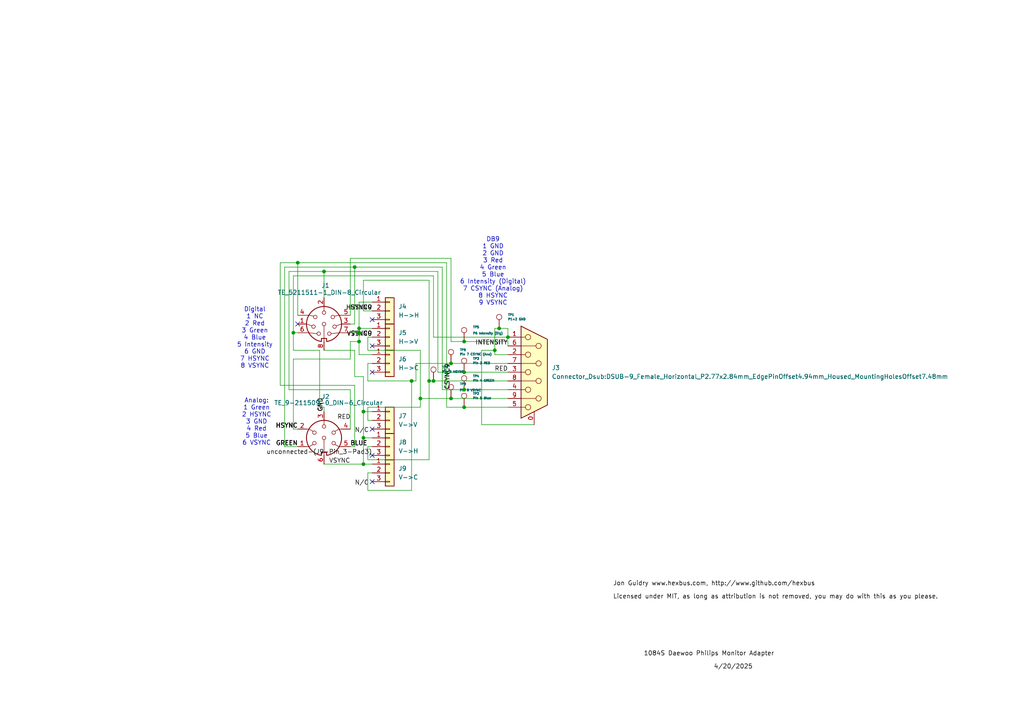
<source format=kicad_sch>
(kicad_sch
	(version 20231120)
	(generator "eeschema")
	(generator_version "8.0")
	(uuid "2796d21f-a0b0-4b9b-94b5-e341aff6ffe4")
	(paper "A4")
	(lib_symbols
		(symbol "Connector:DE9_Receptacle_MountingHoles"
			(pin_names
				(offset 1.016) hide)
			(exclude_from_sim no)
			(in_bom yes)
			(on_board yes)
			(property "Reference" "J"
				(at 0 16.51 0)
				(effects
					(font
						(size 1.27 1.27)
					)
				)
			)
			(property "Value" "DE9_Receptacle_MountingHoles"
				(at 0 14.605 0)
				(effects
					(font
						(size 1.27 1.27)
					)
				)
			)
			(property "Footprint" ""
				(at 0 0 0)
				(effects
					(font
						(size 1.27 1.27)
					)
					(hide yes)
				)
			)
			(property "Datasheet" "~"
				(at 0 0 0)
				(effects
					(font
						(size 1.27 1.27)
					)
					(hide yes)
				)
			)
			(property "Description" "9-pin female receptacle socket D-SUB connector, Mounting Hole"
				(at 0 0 0)
				(effects
					(font
						(size 1.27 1.27)
					)
					(hide yes)
				)
			)
			(property "ki_keywords" "connector receptacle female D-SUB DB9"
				(at 0 0 0)
				(effects
					(font
						(size 1.27 1.27)
					)
					(hide yes)
				)
			)
			(property "ki_fp_filters" "DSUB*Female*"
				(at 0 0 0)
				(effects
					(font
						(size 1.27 1.27)
					)
					(hide yes)
				)
			)
			(symbol "DE9_Receptacle_MountingHoles_0_1"
				(circle
					(center -1.778 -10.16)
					(radius 0.762)
					(stroke
						(width 0)
						(type default)
					)
					(fill
						(type none)
					)
				)
				(circle
					(center -1.778 -5.08)
					(radius 0.762)
					(stroke
						(width 0)
						(type default)
					)
					(fill
						(type none)
					)
				)
				(circle
					(center -1.778 0)
					(radius 0.762)
					(stroke
						(width 0)
						(type default)
					)
					(fill
						(type none)
					)
				)
				(circle
					(center -1.778 5.08)
					(radius 0.762)
					(stroke
						(width 0)
						(type default)
					)
					(fill
						(type none)
					)
				)
				(circle
					(center -1.778 10.16)
					(radius 0.762)
					(stroke
						(width 0)
						(type default)
					)
					(fill
						(type none)
					)
				)
				(polyline
					(pts
						(xy -3.81 -10.16) (xy -2.54 -10.16)
					)
					(stroke
						(width 0)
						(type default)
					)
					(fill
						(type none)
					)
				)
				(polyline
					(pts
						(xy -3.81 -7.62) (xy 0.508 -7.62)
					)
					(stroke
						(width 0)
						(type default)
					)
					(fill
						(type none)
					)
				)
				(polyline
					(pts
						(xy -3.81 -5.08) (xy -2.54 -5.08)
					)
					(stroke
						(width 0)
						(type default)
					)
					(fill
						(type none)
					)
				)
				(polyline
					(pts
						(xy -3.81 -2.54) (xy 0.508 -2.54)
					)
					(stroke
						(width 0)
						(type default)
					)
					(fill
						(type none)
					)
				)
				(polyline
					(pts
						(xy -3.81 0) (xy -2.54 0)
					)
					(stroke
						(width 0)
						(type default)
					)
					(fill
						(type none)
					)
				)
				(polyline
					(pts
						(xy -3.81 2.54) (xy 0.508 2.54)
					)
					(stroke
						(width 0)
						(type default)
					)
					(fill
						(type none)
					)
				)
				(polyline
					(pts
						(xy -3.81 5.08) (xy -2.54 5.08)
					)
					(stroke
						(width 0)
						(type default)
					)
					(fill
						(type none)
					)
				)
				(polyline
					(pts
						(xy -3.81 7.62) (xy 0.508 7.62)
					)
					(stroke
						(width 0)
						(type default)
					)
					(fill
						(type none)
					)
				)
				(polyline
					(pts
						(xy -3.81 10.16) (xy -2.54 10.16)
					)
					(stroke
						(width 0)
						(type default)
					)
					(fill
						(type none)
					)
				)
				(polyline
					(pts
						(xy -3.81 13.335) (xy -3.81 -13.335) (xy 3.81 -9.525) (xy 3.81 9.525) (xy -3.81 13.335)
					)
					(stroke
						(width 0.254)
						(type default)
					)
					(fill
						(type background)
					)
				)
				(circle
					(center 1.27 -7.62)
					(radius 0.762)
					(stroke
						(width 0)
						(type default)
					)
					(fill
						(type none)
					)
				)
				(circle
					(center 1.27 -2.54)
					(radius 0.762)
					(stroke
						(width 0)
						(type default)
					)
					(fill
						(type none)
					)
				)
				(circle
					(center 1.27 2.54)
					(radius 0.762)
					(stroke
						(width 0)
						(type default)
					)
					(fill
						(type none)
					)
				)
				(circle
					(center 1.27 7.62)
					(radius 0.762)
					(stroke
						(width 0)
						(type default)
					)
					(fill
						(type none)
					)
				)
			)
			(symbol "DE9_Receptacle_MountingHoles_1_1"
				(pin passive line
					(at 0 -15.24 90)
					(length 3.81)
					(name "PAD"
						(effects
							(font
								(size 1.27 1.27)
							)
						)
					)
					(number "0"
						(effects
							(font
								(size 1.27 1.27)
							)
						)
					)
				)
				(pin passive line
					(at -7.62 10.16 0)
					(length 3.81)
					(name "1"
						(effects
							(font
								(size 1.27 1.27)
							)
						)
					)
					(number "1"
						(effects
							(font
								(size 1.27 1.27)
							)
						)
					)
				)
				(pin passive line
					(at -7.62 5.08 0)
					(length 3.81)
					(name "2"
						(effects
							(font
								(size 1.27 1.27)
							)
						)
					)
					(number "2"
						(effects
							(font
								(size 1.27 1.27)
							)
						)
					)
				)
				(pin passive line
					(at -7.62 0 0)
					(length 3.81)
					(name "3"
						(effects
							(font
								(size 1.27 1.27)
							)
						)
					)
					(number "3"
						(effects
							(font
								(size 1.27 1.27)
							)
						)
					)
				)
				(pin passive line
					(at -7.62 -5.08 0)
					(length 3.81)
					(name "4"
						(effects
							(font
								(size 1.27 1.27)
							)
						)
					)
					(number "4"
						(effects
							(font
								(size 1.27 1.27)
							)
						)
					)
				)
				(pin passive line
					(at -7.62 -10.16 0)
					(length 3.81)
					(name "5"
						(effects
							(font
								(size 1.27 1.27)
							)
						)
					)
					(number "5"
						(effects
							(font
								(size 1.27 1.27)
							)
						)
					)
				)
				(pin passive line
					(at -7.62 7.62 0)
					(length 3.81)
					(name "6"
						(effects
							(font
								(size 1.27 1.27)
							)
						)
					)
					(number "6"
						(effects
							(font
								(size 1.27 1.27)
							)
						)
					)
				)
				(pin passive line
					(at -7.62 2.54 0)
					(length 3.81)
					(name "7"
						(effects
							(font
								(size 1.27 1.27)
							)
						)
					)
					(number "7"
						(effects
							(font
								(size 1.27 1.27)
							)
						)
					)
				)
				(pin passive line
					(at -7.62 -2.54 0)
					(length 3.81)
					(name "8"
						(effects
							(font
								(size 1.27 1.27)
							)
						)
					)
					(number "8"
						(effects
							(font
								(size 1.27 1.27)
							)
						)
					)
				)
				(pin passive line
					(at -7.62 -7.62 0)
					(length 3.81)
					(name "9"
						(effects
							(font
								(size 1.27 1.27)
							)
						)
					)
					(number "9"
						(effects
							(font
								(size 1.27 1.27)
							)
						)
					)
				)
			)
		)
		(symbol "Connector:DIN-6"
			(pin_names
				(offset 1.016)
			)
			(exclude_from_sim no)
			(in_bom yes)
			(on_board yes)
			(property "Reference" "J"
				(at 3.175 5.715 0)
				(effects
					(font
						(size 1.27 1.27)
					)
				)
			)
			(property "Value" "DIN-6"
				(at 4.445 -4.445 0)
				(effects
					(font
						(size 1.27 1.27)
					)
					(justify left)
				)
			)
			(property "Footprint" ""
				(at 0 0 0)
				(effects
					(font
						(size 1.27 1.27)
					)
					(hide yes)
				)
			)
			(property "Datasheet" "http://www.mouser.com/ds/2/18/40_c091_abd_e-75918.pdf"
				(at 0 0 0)
				(effects
					(font
						(size 1.27 1.27)
					)
					(hide yes)
				)
			)
			(property "Description" "6-pin DIN connector"
				(at 0 0 0)
				(effects
					(font
						(size 1.27 1.27)
					)
					(hide yes)
				)
			)
			(property "ki_keywords" "circular DIN connector"
				(at 0 0 0)
				(effects
					(font
						(size 1.27 1.27)
					)
					(hide yes)
				)
			)
			(property "ki_fp_filters" "DIN*"
				(at 0 0 0)
				(effects
					(font
						(size 1.27 1.27)
					)
					(hide yes)
				)
			)
			(symbol "DIN-6_0_1"
				(arc
					(start -5.08 0)
					(mid -3.8609 -3.3364)
					(end -0.762 -5.08)
					(stroke
						(width 0.254)
						(type default)
					)
					(fill
						(type none)
					)
				)
				(circle
					(center -2.794 -1.524)
					(radius 0.508)
					(stroke
						(width 0)
						(type default)
					)
					(fill
						(type none)
					)
				)
				(circle
					(center -2.794 1.524)
					(radius 0.508)
					(stroke
						(width 0)
						(type default)
					)
					(fill
						(type none)
					)
				)
				(polyline
					(pts
						(xy 0 -5.08) (xy 0 -0.508)
					)
					(stroke
						(width 0)
						(type default)
					)
					(fill
						(type none)
					)
				)
				(polyline
					(pts
						(xy 0 5.08) (xy 0 3.81)
					)
					(stroke
						(width 0)
						(type default)
					)
					(fill
						(type none)
					)
				)
				(polyline
					(pts
						(xy -5.08 -2.54) (xy -4.318 -2.54) (xy -3.175 -1.905)
					)
					(stroke
						(width 0)
						(type default)
					)
					(fill
						(type none)
					)
				)
				(polyline
					(pts
						(xy -5.08 2.54) (xy -4.318 2.54) (xy -3.175 1.905)
					)
					(stroke
						(width 0)
						(type default)
					)
					(fill
						(type none)
					)
				)
				(polyline
					(pts
						(xy 5.08 -2.54) (xy 4.318 -2.54) (xy 3.175 -1.905)
					)
					(stroke
						(width 0)
						(type default)
					)
					(fill
						(type none)
					)
				)
				(polyline
					(pts
						(xy 5.08 2.54) (xy 4.318 2.54) (xy 3.175 1.905)
					)
					(stroke
						(width 0)
						(type default)
					)
					(fill
						(type none)
					)
				)
				(polyline
					(pts
						(xy -0.762 -4.953) (xy -0.762 -4.191) (xy 0.762 -4.191) (xy 0.762 -4.953)
					)
					(stroke
						(width 0.254)
						(type default)
					)
					(fill
						(type none)
					)
				)
				(circle
					(center 0 0)
					(radius 0.508)
					(stroke
						(width 0)
						(type default)
					)
					(fill
						(type none)
					)
				)
				(circle
					(center 0 3.302)
					(radius 0.508)
					(stroke
						(width 0)
						(type default)
					)
					(fill
						(type none)
					)
				)
				(arc
					(start 0.762 -5.08)
					(mid 3.8685 -3.343)
					(end 5.08 0)
					(stroke
						(width 0.254)
						(type default)
					)
					(fill
						(type none)
					)
				)
				(circle
					(center 2.794 -1.524)
					(radius 0.508)
					(stroke
						(width 0)
						(type default)
					)
					(fill
						(type none)
					)
				)
				(circle
					(center 2.794 1.524)
					(radius 0.508)
					(stroke
						(width 0)
						(type default)
					)
					(fill
						(type none)
					)
				)
				(arc
					(start 5.08 0)
					(mid 0 5.0579)
					(end -5.08 0)
					(stroke
						(width 0.254)
						(type default)
					)
					(fill
						(type none)
					)
				)
			)
			(symbol "DIN-6_1_1"
				(pin passive line
					(at -7.62 -2.54 0)
					(length 2.54)
					(name "~"
						(effects
							(font
								(size 1.27 1.27)
							)
						)
					)
					(number "1"
						(effects
							(font
								(size 1.27 1.27)
							)
						)
					)
				)
				(pin passive line
					(at -7.62 2.54 0)
					(length 2.54)
					(name "~"
						(effects
							(font
								(size 1.27 1.27)
							)
						)
					)
					(number "2"
						(effects
							(font
								(size 1.27 1.27)
							)
						)
					)
				)
				(pin passive line
					(at 0 7.62 270)
					(length 2.54)
					(name "~"
						(effects
							(font
								(size 1.27 1.27)
							)
						)
					)
					(number "3"
						(effects
							(font
								(size 1.27 1.27)
							)
						)
					)
				)
				(pin passive line
					(at 7.62 2.54 180)
					(length 2.54)
					(name "~"
						(effects
							(font
								(size 1.27 1.27)
							)
						)
					)
					(number "4"
						(effects
							(font
								(size 1.27 1.27)
							)
						)
					)
				)
				(pin passive line
					(at 7.62 -2.54 180)
					(length 2.54)
					(name "~"
						(effects
							(font
								(size 1.27 1.27)
							)
						)
					)
					(number "5"
						(effects
							(font
								(size 1.27 1.27)
							)
						)
					)
				)
				(pin passive line
					(at 0 -7.62 90)
					(length 2.54)
					(name "~"
						(effects
							(font
								(size 1.27 1.27)
							)
						)
					)
					(number "6"
						(effects
							(font
								(size 1.27 1.27)
							)
						)
					)
				)
			)
		)
		(symbol "Connector:DIN-8"
			(pin_names
				(offset 1.016)
			)
			(exclude_from_sim no)
			(in_bom yes)
			(on_board yes)
			(property "Reference" "J"
				(at 3.175 5.715 0)
				(effects
					(font
						(size 1.27 1.27)
					)
				)
			)
			(property "Value" "DIN-8"
				(at 2.032 -5.842 0)
				(effects
					(font
						(size 1.27 1.27)
					)
					(justify left)
				)
			)
			(property "Footprint" ""
				(at 0 0 0)
				(effects
					(font
						(size 1.27 1.27)
					)
					(hide yes)
				)
			)
			(property "Datasheet" "http://www.mouser.com/ds/2/18/40_c091_abd_e-75918.pdf"
				(at 0 0 0)
				(effects
					(font
						(size 1.27 1.27)
					)
					(hide yes)
				)
			)
			(property "Description" "8-pin DIN connector"
				(at 0 0 0)
				(effects
					(font
						(size 1.27 1.27)
					)
					(hide yes)
				)
			)
			(property "ki_keywords" "circular DIN connector"
				(at 0 0 0)
				(effects
					(font
						(size 1.27 1.27)
					)
					(hide yes)
				)
			)
			(property "ki_fp_filters" "DIN*"
				(at 0 0 0)
				(effects
					(font
						(size 1.27 1.27)
					)
					(hide yes)
				)
			)
			(symbol "DIN-8_0_1"
				(arc
					(start -5.08 0)
					(mid -3.8609 -3.3364)
					(end -0.762 -5.08)
					(stroke
						(width 0.254)
						(type default)
					)
					(fill
						(type none)
					)
				)
				(circle
					(center -3.048 -0.762)
					(radius 0.508)
					(stroke
						(width 0)
						(type default)
					)
					(fill
						(type none)
					)
				)
				(circle
					(center -2.54 2.032)
					(radius 0.508)
					(stroke
						(width 0)
						(type default)
					)
					(fill
						(type none)
					)
				)
				(circle
					(center -1.524 -2.794)
					(radius 0.508)
					(stroke
						(width 0)
						(type default)
					)
					(fill
						(type none)
					)
				)
				(polyline
					(pts
						(xy -5.08 0) (xy -3.556 -0.508)
					)
					(stroke
						(width 0)
						(type default)
					)
					(fill
						(type none)
					)
				)
				(polyline
					(pts
						(xy 0 -0.508) (xy 0 -5.08)
					)
					(stroke
						(width 0)
						(type default)
					)
					(fill
						(type none)
					)
				)
				(polyline
					(pts
						(xy 0 5.08) (xy 0 3.81)
					)
					(stroke
						(width 0)
						(type default)
					)
					(fill
						(type none)
					)
				)
				(polyline
					(pts
						(xy 5.08 0) (xy 3.556 -0.508)
					)
					(stroke
						(width 0)
						(type default)
					)
					(fill
						(type none)
					)
				)
				(polyline
					(pts
						(xy -5.08 -2.54) (xy -4.318 -2.54) (xy -2.032 -2.794)
					)
					(stroke
						(width 0)
						(type default)
					)
					(fill
						(type none)
					)
				)
				(polyline
					(pts
						(xy -5.08 2.54) (xy -4.318 2.54) (xy -3.048 2.286)
					)
					(stroke
						(width 0)
						(type default)
					)
					(fill
						(type none)
					)
				)
				(polyline
					(pts
						(xy 5.08 -2.54) (xy 4.318 -2.54) (xy 2.032 -2.794)
					)
					(stroke
						(width 0)
						(type default)
					)
					(fill
						(type none)
					)
				)
				(polyline
					(pts
						(xy 5.08 2.54) (xy 4.318 2.54) (xy 3.048 2.286)
					)
					(stroke
						(width 0)
						(type default)
					)
					(fill
						(type none)
					)
				)
				(polyline
					(pts
						(xy -0.762 -4.953) (xy -0.762 -4.191) (xy 0.762 -4.191) (xy 0.762 -4.953)
					)
					(stroke
						(width 0.254)
						(type default)
					)
					(fill
						(type none)
					)
				)
				(circle
					(center 0 0)
					(radius 0.508)
					(stroke
						(width 0)
						(type default)
					)
					(fill
						(type none)
					)
				)
				(circle
					(center 0 3.302)
					(radius 0.508)
					(stroke
						(width 0)
						(type default)
					)
					(fill
						(type none)
					)
				)
				(arc
					(start 0.762 -5.08)
					(mid 3.8685 -3.343)
					(end 5.08 0)
					(stroke
						(width 0.254)
						(type default)
					)
					(fill
						(type none)
					)
				)
				(circle
					(center 1.524 -2.794)
					(radius 0.508)
					(stroke
						(width 0)
						(type default)
					)
					(fill
						(type none)
					)
				)
				(circle
					(center 2.54 2.032)
					(radius 0.508)
					(stroke
						(width 0)
						(type default)
					)
					(fill
						(type none)
					)
				)
				(circle
					(center 3.048 -0.762)
					(radius 0.508)
					(stroke
						(width 0)
						(type default)
					)
					(fill
						(type none)
					)
				)
				(arc
					(start 5.08 0)
					(mid 0 5.0579)
					(end -5.08 0)
					(stroke
						(width 0.254)
						(type default)
					)
					(fill
						(type none)
					)
				)
			)
			(symbol "DIN-8_1_1"
				(pin passive line
					(at -7.62 0 0)
					(length 2.54)
					(name "~"
						(effects
							(font
								(size 1.27 1.27)
							)
						)
					)
					(number "1"
						(effects
							(font
								(size 1.27 1.27)
							)
						)
					)
				)
				(pin passive line
					(at 0 7.62 270)
					(length 2.54)
					(name "~"
						(effects
							(font
								(size 1.27 1.27)
							)
						)
					)
					(number "2"
						(effects
							(font
								(size 1.27 1.27)
							)
						)
					)
				)
				(pin passive line
					(at 7.62 0 180)
					(length 2.54)
					(name "~"
						(effects
							(font
								(size 1.27 1.27)
							)
						)
					)
					(number "3"
						(effects
							(font
								(size 1.27 1.27)
							)
						)
					)
				)
				(pin passive line
					(at -7.62 2.54 0)
					(length 2.54)
					(name "~"
						(effects
							(font
								(size 1.27 1.27)
							)
						)
					)
					(number "4"
						(effects
							(font
								(size 1.27 1.27)
							)
						)
					)
				)
				(pin passive line
					(at 7.62 2.54 180)
					(length 2.54)
					(name "~"
						(effects
							(font
								(size 1.27 1.27)
							)
						)
					)
					(number "5"
						(effects
							(font
								(size 1.27 1.27)
							)
						)
					)
				)
				(pin passive line
					(at -7.62 -2.54 0)
					(length 2.54)
					(name "~"
						(effects
							(font
								(size 1.27 1.27)
							)
						)
					)
					(number "6"
						(effects
							(font
								(size 1.27 1.27)
							)
						)
					)
				)
				(pin passive line
					(at 7.62 -2.54 180)
					(length 2.54)
					(name "~"
						(effects
							(font
								(size 1.27 1.27)
							)
						)
					)
					(number "7"
						(effects
							(font
								(size 1.27 1.27)
							)
						)
					)
				)
				(pin passive line
					(at 0 -7.62 90)
					(length 2.54)
					(name "~"
						(effects
							(font
								(size 1.27 1.27)
							)
						)
					)
					(number "8"
						(effects
							(font
								(size 1.27 1.27)
							)
						)
					)
				)
			)
		)
		(symbol "Connector:TestPoint"
			(pin_numbers hide)
			(pin_names
				(offset 0.762) hide)
			(exclude_from_sim no)
			(in_bom yes)
			(on_board yes)
			(property "Reference" "TP"
				(at 0 6.858 0)
				(effects
					(font
						(size 1.27 1.27)
					)
				)
			)
			(property "Value" "TestPoint"
				(at 0 5.08 0)
				(effects
					(font
						(size 1.27 1.27)
					)
				)
			)
			(property "Footprint" ""
				(at 5.08 0 0)
				(effects
					(font
						(size 1.27 1.27)
					)
					(hide yes)
				)
			)
			(property "Datasheet" "~"
				(at 5.08 0 0)
				(effects
					(font
						(size 1.27 1.27)
					)
					(hide yes)
				)
			)
			(property "Description" "test point"
				(at 0 0 0)
				(effects
					(font
						(size 1.27 1.27)
					)
					(hide yes)
				)
			)
			(property "ki_keywords" "test point tp"
				(at 0 0 0)
				(effects
					(font
						(size 1.27 1.27)
					)
					(hide yes)
				)
			)
			(property "ki_fp_filters" "Pin* Test*"
				(at 0 0 0)
				(effects
					(font
						(size 1.27 1.27)
					)
					(hide yes)
				)
			)
			(symbol "TestPoint_0_1"
				(circle
					(center 0 3.302)
					(radius 0.762)
					(stroke
						(width 0)
						(type default)
					)
					(fill
						(type none)
					)
				)
			)
			(symbol "TestPoint_1_1"
				(pin passive line
					(at 0 0 90)
					(length 2.54)
					(name "1"
						(effects
							(font
								(size 1.27 1.27)
							)
						)
					)
					(number "1"
						(effects
							(font
								(size 1.27 1.27)
							)
						)
					)
				)
			)
		)
		(symbol "Connector_Generic:Conn_01x03"
			(pin_names
				(offset 1.016) hide)
			(exclude_from_sim no)
			(in_bom yes)
			(on_board yes)
			(property "Reference" "J"
				(at 0 5.08 0)
				(effects
					(font
						(size 1.27 1.27)
					)
				)
			)
			(property "Value" "Conn_01x03"
				(at 0 -5.08 0)
				(effects
					(font
						(size 1.27 1.27)
					)
				)
			)
			(property "Footprint" ""
				(at 0 0 0)
				(effects
					(font
						(size 1.27 1.27)
					)
					(hide yes)
				)
			)
			(property "Datasheet" "~"
				(at 0 0 0)
				(effects
					(font
						(size 1.27 1.27)
					)
					(hide yes)
				)
			)
			(property "Description" "Generic connector, single row, 01x03, script generated (kicad-library-utils/schlib/autogen/connector/)"
				(at 0 0 0)
				(effects
					(font
						(size 1.27 1.27)
					)
					(hide yes)
				)
			)
			(property "ki_keywords" "connector"
				(at 0 0 0)
				(effects
					(font
						(size 1.27 1.27)
					)
					(hide yes)
				)
			)
			(property "ki_fp_filters" "Connector*:*_1x??_*"
				(at 0 0 0)
				(effects
					(font
						(size 1.27 1.27)
					)
					(hide yes)
				)
			)
			(symbol "Conn_01x03_1_1"
				(rectangle
					(start -1.27 -2.413)
					(end 0 -2.667)
					(stroke
						(width 0.1524)
						(type default)
					)
					(fill
						(type none)
					)
				)
				(rectangle
					(start -1.27 0.127)
					(end 0 -0.127)
					(stroke
						(width 0.1524)
						(type default)
					)
					(fill
						(type none)
					)
				)
				(rectangle
					(start -1.27 2.667)
					(end 0 2.413)
					(stroke
						(width 0.1524)
						(type default)
					)
					(fill
						(type none)
					)
				)
				(rectangle
					(start -1.27 3.81)
					(end 1.27 -3.81)
					(stroke
						(width 0.254)
						(type default)
					)
					(fill
						(type background)
					)
				)
				(pin passive line
					(at -5.08 2.54 0)
					(length 3.81)
					(name "Pin_1"
						(effects
							(font
								(size 1.27 1.27)
							)
						)
					)
					(number "1"
						(effects
							(font
								(size 1.27 1.27)
							)
						)
					)
				)
				(pin passive line
					(at -5.08 0 0)
					(length 3.81)
					(name "Pin_2"
						(effects
							(font
								(size 1.27 1.27)
							)
						)
					)
					(number "2"
						(effects
							(font
								(size 1.27 1.27)
							)
						)
					)
				)
				(pin passive line
					(at -5.08 -2.54 0)
					(length 3.81)
					(name "Pin_3"
						(effects
							(font
								(size 1.27 1.27)
							)
						)
					)
					(number "3"
						(effects
							(font
								(size 1.27 1.27)
							)
						)
					)
				)
			)
		)
	)
	(junction
		(at 102.87 77.47)
		(diameter 0)
		(color 0 0 0 0)
		(uuid "14b3bd08-009e-4816-a13a-84003e3000c0")
	)
	(junction
		(at 105.41 134.62)
		(diameter 0)
		(color 0 0 0 0)
		(uuid "186fe943-b445-4cc0-819d-1d18b0fab3f0")
	)
	(junction
		(at 85.09 96.52)
		(diameter 0)
		(color 0 0 0 0)
		(uuid "1abfad46-78a4-4aba-bafb-886d258b1d1f")
	)
	(junction
		(at 134.62 113.03)
		(diameter 0)
		(color 0 0 0 0)
		(uuid "32c0ccf4-ff28-4001-88fa-3ac0f940fc2a")
	)
	(junction
		(at 93.98 78.74)
		(diameter 0)
		(color 0 0 0 0)
		(uuid "4900d170-8d15-4b4b-8d1a-359f40848a07")
	)
	(junction
		(at 121.92 115.57)
		(diameter 0)
		(color 0 0 0 0)
		(uuid "586bc807-b992-4167-a3c0-43c2e1ec90e4")
	)
	(junction
		(at 119.38 110.49)
		(diameter 0)
		(color 0 0 0 0)
		(uuid "6ebd14b7-df29-4d5f-a25f-251bb8393d81")
	)
	(junction
		(at 125.73 110.49)
		(diameter 0)
		(color 0 0 0 0)
		(uuid "7a973948-e8ee-4bca-9cea-0130f34b6541")
	)
	(junction
		(at 104.14 96.52)
		(diameter 0)
		(color 0 0 0 0)
		(uuid "7b12af1e-769c-45c4-92b4-7d2d15e71102")
	)
	(junction
		(at 104.14 95.25)
		(diameter 0)
		(color 0 0 0 0)
		(uuid "8e31e51c-88bd-4397-9248-dc298d56714d")
	)
	(junction
		(at 86.36 76.2)
		(diameter 0)
		(color 0 0 0 0)
		(uuid "8e3f4a4d-fa8c-4af7-9e1b-f121f0cb193b")
	)
	(junction
		(at 104.14 99.06)
		(diameter 0)
		(color 0 0 0 0)
		(uuid "9b508138-c04f-463b-9aaa-a5d86dd48f55")
	)
	(junction
		(at 134.62 107.95)
		(diameter 0)
		(color 0 0 0 0)
		(uuid "a2706b98-3cb1-4df0-8775-acf192f59416")
	)
	(junction
		(at 105.41 127)
		(diameter 0)
		(color 0 0 0 0)
		(uuid "a3b15e6b-78f6-4d05-8d2a-585affb0a035")
	)
	(junction
		(at 147.32 97.79)
		(diameter 0)
		(color 0 0 0 0)
		(uuid "a459e4aa-a0f1-4bc2-a62e-ac120d9b783f")
	)
	(junction
		(at 134.62 118.11)
		(diameter 0)
		(color 0 0 0 0)
		(uuid "a645c1d4-b1aa-4ce5-bafc-14ce6fc5ab8f")
	)
	(junction
		(at 130.81 105.41)
		(diameter 0)
		(color 0 0 0 0)
		(uuid "b65b5c94-8ef0-4969-8906-216b8f517218")
	)
	(junction
		(at 130.81 115.57)
		(diameter 0)
		(color 0 0 0 0)
		(uuid "c05468a1-88b1-430a-bf97-d140179ff77b")
	)
	(junction
		(at 105.41 119.38)
		(diameter 0)
		(color 0 0 0 0)
		(uuid "e3114e01-443d-430d-9a66-afcf311f9281")
	)
	(junction
		(at 134.62 99.06)
		(diameter 0)
		(color 0 0 0 0)
		(uuid "e89fa3d4-1c89-46a9-95a0-0f81dc8dd69f")
	)
	(junction
		(at 124.46 110.49)
		(diameter 0)
		(color 0 0 0 0)
		(uuid "f4a2cb6c-f1f3-43ba-8dc3-1a107d554f70")
	)
	(junction
		(at 143.51 101.6)
		(diameter 0)
		(color 0 0 0 0)
		(uuid "fc6a6c19-617d-46af-8212-8b8f1059184e")
	)
	(junction
		(at 144.78 95.25)
		(diameter 0)
		(color 0 0 0 0)
		(uuid "ffefc88e-9b79-4ee5-81f3-a80daf132a82")
	)
	(no_connect
		(at 107.95 100.33)
		(uuid "13a98b51-d31a-440c-a075-487d0dbbfac4")
	)
	(no_connect
		(at 86.36 93.98)
		(uuid "1476cf0a-bdd2-4228-9da3-b0fa499444c9")
	)
	(no_connect
		(at 107.95 132.08)
		(uuid "27c59a53-7cae-4520-8d88-fdd3db6ac910")
	)
	(no_connect
		(at 107.95 107.95)
		(uuid "931b554e-28c5-484e-a849-c251019f51b3")
	)
	(no_connect
		(at 107.95 124.46)
		(uuid "b85b425a-9272-4366-b739-a1785926d9f0")
	)
	(no_connect
		(at 107.95 92.71)
		(uuid "b8ce4461-a49d-4185-912c-f059375b8e1a")
	)
	(no_connect
		(at 107.95 139.7)
		(uuid "d20749f2-4f67-4949-b8ad-fc0601890cd1")
	)
	(wire
		(pts
			(xy 130.81 74.93) (xy 101.6 74.93)
		)
		(stroke
			(width 0)
			(type default)
		)
		(uuid "0201b785-f75b-4d6e-9a73-a727018b1fc5")
	)
	(wire
		(pts
			(xy 105.41 81.28) (xy 124.46 81.28)
		)
		(stroke
			(width 0)
			(type default)
		)
		(uuid "03b2b6fa-81e7-4f0d-87ee-b8d66cc26e44")
	)
	(wire
		(pts
			(xy 130.81 74.93) (xy 130.81 99.06)
		)
		(stroke
			(width 0)
			(type default)
		)
		(uuid "06f29a80-7f09-4a40-8532-f983fd1171bb")
	)
	(wire
		(pts
			(xy 101.6 104.14) (xy 101.6 99.06)
		)
		(stroke
			(width 0)
			(type default)
		)
		(uuid "0bc3e6c5-e2e0-485c-8f51-b7901cd953ef")
	)
	(wire
		(pts
			(xy 134.62 107.95) (xy 147.32 107.95)
		)
		(stroke
			(width 0)
			(type default)
		)
		(uuid "0fde9dfa-3bca-4750-ba59-8004de92fede")
	)
	(wire
		(pts
			(xy 106.68 101.6) (xy 121.92 101.6)
		)
		(stroke
			(width 0)
			(type default)
		)
		(uuid "16adcde8-1cb7-400d-aee4-da3b0339f7ba")
	)
	(wire
		(pts
			(xy 92.71 101.6) (xy 92.71 118.11)
		)
		(stroke
			(width 0)
			(type default)
		)
		(uuid "1c01ef10-5660-4204-ba92-2a8bb3b544b2")
	)
	(wire
		(pts
			(xy 121.92 115.57) (xy 130.81 115.57)
		)
		(stroke
			(width 0)
			(type default)
		)
		(uuid "234267fe-c165-4830-acff-f2f17eca6c0a")
	)
	(wire
		(pts
			(xy 85.09 104.14) (xy 101.6 104.14)
		)
		(stroke
			(width 0)
			(type default)
		)
		(uuid "236f2ae2-1734-443b-a890-19b97fe15355")
	)
	(wire
		(pts
			(xy 93.98 101.6) (xy 102.87 101.6)
		)
		(stroke
			(width 0)
			(type default)
		)
		(uuid "25303567-136d-45e5-ad34-4fbd7cb02a78")
	)
	(wire
		(pts
			(xy 124.46 81.28) (xy 124.46 110.49)
		)
		(stroke
			(width 0)
			(type default)
		)
		(uuid "28a230c5-26af-4dcf-9b3a-889fef304886")
	)
	(wire
		(pts
			(xy 107.95 97.79) (xy 106.68 97.79)
		)
		(stroke
			(width 0)
			(type default)
		)
		(uuid "29cf6141-b147-439f-a091-af4dbc76c1ac")
	)
	(wire
		(pts
			(xy 124.46 110.49) (xy 124.46 133.35)
		)
		(stroke
			(width 0)
			(type default)
		)
		(uuid "2ac6abd0-9223-4902-967e-37720cd7c5be")
	)
	(wire
		(pts
			(xy 130.81 99.06) (xy 134.62 99.06)
		)
		(stroke
			(width 0)
			(type default)
		)
		(uuid "2cdfd07f-cec7-429a-9649-24eccac0377b")
	)
	(wire
		(pts
			(xy 105.41 90.17) (xy 105.41 81.28)
		)
		(stroke
			(width 0)
			(type default)
		)
		(uuid "2dd795a0-4dfd-481e-8fa0-f64d135b35d8")
	)
	(wire
		(pts
			(xy 128.27 77.47) (xy 102.87 77.47)
		)
		(stroke
			(width 0)
			(type default)
		)
		(uuid "3255e79e-3a41-489f-914a-13d958c3ad9f")
	)
	(wire
		(pts
			(xy 130.81 115.57) (xy 147.32 115.57)
		)
		(stroke
			(width 0)
			(type default)
		)
		(uuid "32ab3b2b-c73d-4e38-b090-2fb00421fbff")
	)
	(wire
		(pts
			(xy 127 78.74) (xy 93.98 78.74)
		)
		(stroke
			(width 0)
			(type default)
		)
		(uuid "34af9852-ec7e-4395-9c16-2c8dd87ecca0")
	)
	(wire
		(pts
			(xy 83.82 78.74) (xy 83.82 113.03)
		)
		(stroke
			(width 0)
			(type default)
		)
		(uuid "37e19d6d-8d87-44d6-b060-83379a07c097")
	)
	(wire
		(pts
			(xy 147.32 97.79) (xy 147.32 95.25)
		)
		(stroke
			(width 0)
			(type default)
		)
		(uuid "39d199f3-d37a-4757-99f7-fdc9b67e6927")
	)
	(wire
		(pts
			(xy 129.54 76.2) (xy 86.36 76.2)
		)
		(stroke
			(width 0)
			(type default)
		)
		(uuid "3beaff32-20c1-467f-af36-3a28819c1c55")
	)
	(wire
		(pts
			(xy 101.6 99.06) (xy 104.14 99.06)
		)
		(stroke
			(width 0)
			(type default)
		)
		(uuid "3c33aa8d-36d2-4694-96b5-69a09ce4429f")
	)
	(wire
		(pts
			(xy 107.95 137.16) (xy 106.68 137.16)
		)
		(stroke
			(width 0)
			(type default)
		)
		(uuid "3c5a30b3-9d92-4f41-9903-984b58b39253")
	)
	(wire
		(pts
			(xy 128.27 113.03) (xy 134.62 113.03)
		)
		(stroke
			(width 0)
			(type default)
		)
		(uuid "3edb1e41-863c-4438-9e0f-09e47ae7c6c8")
	)
	(wire
		(pts
			(xy 101.6 74.93) (xy 101.6 91.44)
		)
		(stroke
			(width 0)
			(type default)
		)
		(uuid "41fee167-1669-47c2-b210-932183a92ef1")
	)
	(wire
		(pts
			(xy 104.14 96.52) (xy 104.14 99.06)
		)
		(stroke
			(width 0)
			(type default)
		)
		(uuid "43a43e2c-3439-4bbe-9b32-98d93b76d1eb")
	)
	(wire
		(pts
			(xy 134.62 113.03) (xy 147.32 113.03)
		)
		(stroke
			(width 0)
			(type default)
		)
		(uuid "469d952b-87c5-4d45-864d-ff5a1623296d")
	)
	(wire
		(pts
			(xy 105.41 119.38) (xy 107.95 119.38)
		)
		(stroke
			(width 0)
			(type default)
		)
		(uuid "47f56356-31bc-49b6-b9ea-035821e70af4")
	)
	(wire
		(pts
			(xy 93.98 134.62) (xy 105.41 134.62)
		)
		(stroke
			(width 0)
			(type default)
		)
		(uuid "4a3fe5ff-086a-4607-8600-aea282709600")
	)
	(wire
		(pts
			(xy 139.7 123.19) (xy 154.94 123.19)
		)
		(stroke
			(width 0)
			(type default)
		)
		(uuid "4bba4f48-e33a-48bb-9341-af1197aafd7f")
	)
	(wire
		(pts
			(xy 139.7 101.6) (xy 143.51 101.6)
		)
		(stroke
			(width 0)
			(type default)
		)
		(uuid "4d4321aa-1c16-4d9d-824a-e028ef9d1f9b")
	)
	(wire
		(pts
			(xy 125.73 80.01) (xy 85.09 80.01)
		)
		(stroke
			(width 0)
			(type default)
		)
		(uuid "4e24d24d-f55d-4e4c-8786-f8b919fe7a09")
	)
	(wire
		(pts
			(xy 101.6 124.46) (xy 101.6 113.03)
		)
		(stroke
			(width 0)
			(type default)
		)
		(uuid "4e4530f2-8792-4c21-9d9b-302bed4160d0")
	)
	(wire
		(pts
			(xy 92.71 118.11) (xy 93.98 118.11)
		)
		(stroke
			(width 0)
			(type default)
		)
		(uuid "52ff031b-4938-452f-8128-c834bcbe3e12")
	)
	(wire
		(pts
			(xy 144.78 95.25) (xy 143.51 95.25)
		)
		(stroke
			(width 0)
			(type default)
		)
		(uuid "563d90b1-ab7e-4c0d-b21f-f08313995f18")
	)
	(wire
		(pts
			(xy 129.54 118.11) (xy 134.62 118.11)
		)
		(stroke
			(width 0)
			(type default)
		)
		(uuid "56886887-0a43-436a-87e9-946768a4b486")
	)
	(wire
		(pts
			(xy 107.95 129.54) (xy 106.68 129.54)
		)
		(stroke
			(width 0)
			(type default)
		)
		(uuid "5732fca5-32f3-4b32-99f4-61cd169824ea")
	)
	(wire
		(pts
			(xy 102.87 129.54) (xy 102.87 111.76)
		)
		(stroke
			(width 0)
			(type default)
		)
		(uuid "57ffbcc0-1fcd-4cd4-9777-d36b9997f0bf")
	)
	(wire
		(pts
			(xy 102.87 77.47) (xy 82.55 77.47)
		)
		(stroke
			(width 0)
			(type default)
		)
		(uuid "61991733-1bb6-4b11-8860-447c4790ecb4")
	)
	(wire
		(pts
			(xy 143.51 95.25) (xy 143.51 101.6)
		)
		(stroke
			(width 0)
			(type default)
		)
		(uuid "62ee6791-2a26-48f9-b264-cd67ba15b6c7")
	)
	(wire
		(pts
			(xy 147.32 99.06) (xy 147.32 100.33)
		)
		(stroke
			(width 0)
			(type default)
		)
		(uuid "643de94a-c867-47a4-adb2-b2a11a66a3e0")
	)
	(wire
		(pts
			(xy 107.95 127) (xy 105.41 127)
		)
		(stroke
			(width 0)
			(type default)
		)
		(uuid "66e66aa8-1200-40c8-9f26-d76c2ffb9d96")
	)
	(wire
		(pts
			(xy 105.41 134.62) (xy 107.95 134.62)
		)
		(stroke
			(width 0)
			(type default)
		)
		(uuid "68dd9603-43e9-4cc6-802d-16471a0cf1aa")
	)
	(wire
		(pts
			(xy 125.73 97.79) (xy 147.32 97.79)
		)
		(stroke
			(width 0)
			(type default)
		)
		(uuid "6a80ff4a-6739-4f26-9ee5-2e4df448c586")
	)
	(wire
		(pts
			(xy 93.98 78.74) (xy 83.82 78.74)
		)
		(stroke
			(width 0)
			(type default)
		)
		(uuid "6d55d78b-125c-4923-9e66-1faa53a356dc")
	)
	(wire
		(pts
			(xy 102.87 109.22) (xy 105.41 109.22)
		)
		(stroke
			(width 0)
			(type default)
		)
		(uuid "6f48010c-dd19-4de8-bf17-4dc159ec217b")
	)
	(wire
		(pts
			(xy 85.09 124.46) (xy 85.09 104.14)
		)
		(stroke
			(width 0)
			(type default)
		)
		(uuid "701a9d82-75d8-4f95-9858-d2580d67df31")
	)
	(wire
		(pts
			(xy 83.82 113.03) (xy 101.6 113.03)
		)
		(stroke
			(width 0)
			(type default)
		)
		(uuid "73079294-b731-446d-af7b-80271ff336dc")
	)
	(wire
		(pts
			(xy 86.36 76.2) (xy 81.28 76.2)
		)
		(stroke
			(width 0)
			(type default)
		)
		(uuid "7349b2fd-3ad9-4e51-913a-a2e7d6509959")
	)
	(wire
		(pts
			(xy 121.92 118.11) (xy 106.68 118.11)
		)
		(stroke
			(width 0)
			(type default)
		)
		(uuid "749f9ed5-1523-48d0-99ec-ce73ab8abc0e")
	)
	(wire
		(pts
			(xy 143.51 101.6) (xy 143.51 102.87)
		)
		(stroke
			(width 0)
			(type default)
		)
		(uuid "74cb92cb-9239-4c4d-91e2-c66363fda7be")
	)
	(wire
		(pts
			(xy 106.68 142.24) (xy 119.38 142.24)
		)
		(stroke
			(width 0)
			(type default)
		)
		(uuid "78e5cea3-c827-4df6-bf72-bfefa1604800")
	)
	(wire
		(pts
			(xy 82.55 77.47) (xy 82.55 129.54)
		)
		(stroke
			(width 0)
			(type default)
		)
		(uuid "7cead09a-487b-4353-bef7-8ebbfe843ff4")
	)
	(wire
		(pts
			(xy 101.6 96.52) (xy 104.14 96.52)
		)
		(stroke
			(width 0)
			(type default)
		)
		(uuid "7d38dec2-27ec-4e9f-a44e-4e04b456df30")
	)
	(wire
		(pts
			(xy 147.32 95.25) (xy 144.78 95.25)
		)
		(stroke
			(width 0)
			(type default)
		)
		(uuid "7ffa9b85-5e00-4601-9934-d9e9f8b13350")
	)
	(wire
		(pts
			(xy 85.09 96.52) (xy 85.09 101.6)
		)
		(stroke
			(width 0)
			(type default)
		)
		(uuid "80d3b592-0685-40ee-88a9-3a58b9ac6671")
	)
	(wire
		(pts
			(xy 93.98 118.11) (xy 93.98 119.38)
		)
		(stroke
			(width 0)
			(type default)
		)
		(uuid "81bc5e4b-a16a-4fba-937f-c318da871bb1")
	)
	(wire
		(pts
			(xy 128.27 113.03) (xy 128.27 77.47)
		)
		(stroke
			(width 0)
			(type default)
		)
		(uuid "825a402a-69ff-4a41-bfb7-41c63b42485d")
	)
	(wire
		(pts
			(xy 125.73 110.49) (xy 147.32 110.49)
		)
		(stroke
			(width 0)
			(type default)
		)
		(uuid "8567a99c-b4f2-494c-8e83-6c94c5309de0")
	)
	(wire
		(pts
			(xy 106.68 121.92) (xy 107.95 121.92)
		)
		(stroke
			(width 0)
			(type default)
		)
		(uuid "87634681-1f8c-4746-95a9-5b6e539b6c6d")
	)
	(wire
		(pts
			(xy 119.38 110.49) (xy 119.38 142.24)
		)
		(stroke
			(width 0)
			(type default)
		)
		(uuid "886b51ab-0d33-4961-997b-154018c4e6ad")
	)
	(wire
		(pts
			(xy 105.41 109.22) (xy 105.41 119.38)
		)
		(stroke
			(width 0)
			(type default)
		)
		(uuid "89b39f55-5cf4-4e15-a3ee-a01c1bb22543")
	)
	(wire
		(pts
			(xy 121.92 115.57) (xy 121.92 101.6)
		)
		(stroke
			(width 0)
			(type default)
		)
		(uuid "90b93bac-0491-46af-a61c-033c8ff3a503")
	)
	(wire
		(pts
			(xy 143.51 102.87) (xy 147.32 102.87)
		)
		(stroke
			(width 0)
			(type default)
		)
		(uuid "91ac618d-9868-485c-8be1-50243fb2b5c4")
	)
	(wire
		(pts
			(xy 81.28 111.76) (xy 102.87 111.76)
		)
		(stroke
			(width 0)
			(type default)
		)
		(uuid "93c01f59-0f21-496a-9c05-2db19ad902a5")
	)
	(wire
		(pts
			(xy 134.62 99.06) (xy 147.32 99.06)
		)
		(stroke
			(width 0)
			(type default)
		)
		(uuid "93e02545-1885-47f7-a2f8-45aa223bf3cb")
	)
	(wire
		(pts
			(xy 125.73 97.79) (xy 125.73 80.01)
		)
		(stroke
			(width 0)
			(type default)
		)
		(uuid "9477d628-ddbc-4e7c-b45e-b3acf7da1b9d")
	)
	(wire
		(pts
			(xy 106.68 105.41) (xy 106.68 110.49)
		)
		(stroke
			(width 0)
			(type default)
		)
		(uuid "94fb9d80-bd8f-47a1-834d-0f8f2b58cec7")
	)
	(wire
		(pts
			(xy 147.32 105.41) (xy 130.81 105.41)
		)
		(stroke
			(width 0)
			(type default)
		)
		(uuid "964c493c-70ac-421e-a09d-1ed8e97f60b3")
	)
	(wire
		(pts
			(xy 101.6 129.54) (xy 102.87 129.54)
		)
		(stroke
			(width 0)
			(type default)
		)
		(uuid "98bb29f2-f626-4719-8b1d-e69efa044cda")
	)
	(wire
		(pts
			(xy 85.09 80.01) (xy 85.09 96.52)
		)
		(stroke
			(width 0)
			(type default)
		)
		(uuid "99bf22b7-48b2-4617-b96d-3f2d762bfb08")
	)
	(wire
		(pts
			(xy 107.95 105.41) (xy 106.68 105.41)
		)
		(stroke
			(width 0)
			(type default)
		)
		(uuid "a3d36b30-e7aa-43f7-a4e4-4213a5036dac")
	)
	(wire
		(pts
			(xy 86.36 124.46) (xy 85.09 124.46)
		)
		(stroke
			(width 0)
			(type default)
		)
		(uuid "a4dcb91f-3f31-4a5e-8b47-6b461812d107")
	)
	(wire
		(pts
			(xy 104.14 95.25) (xy 104.14 96.52)
		)
		(stroke
			(width 0)
			(type default)
		)
		(uuid "a606543c-344e-4253-9ba4-d0659b8721a8")
	)
	(wire
		(pts
			(xy 82.55 129.54) (xy 86.36 129.54)
		)
		(stroke
			(width 0)
			(type default)
		)
		(uuid "a6b48767-da54-44f6-9e05-13354862ff81")
	)
	(wire
		(pts
			(xy 106.68 129.54) (xy 106.68 133.35)
		)
		(stroke
			(width 0)
			(type default)
		)
		(uuid "a6bde372-24d2-4a62-b20b-c73ed91f6897")
	)
	(wire
		(pts
			(xy 129.54 76.2) (xy 129.54 118.11)
		)
		(stroke
			(width 0)
			(type default)
		)
		(uuid "ac18a84e-223e-4155-a2a1-023d68cca14b")
	)
	(wire
		(pts
			(xy 104.14 99.06) (xy 104.14 102.87)
		)
		(stroke
			(width 0)
			(type default)
		)
		(uuid "ae2f630a-0392-4955-8660-44a56a9a4c5d")
	)
	(wire
		(pts
			(xy 102.87 101.6) (xy 102.87 109.22)
		)
		(stroke
			(width 0)
			(type default)
		)
		(uuid "aef53546-ade3-4ab4-a460-acfdca7a40dc")
	)
	(wire
		(pts
			(xy 134.62 118.11) (xy 147.32 118.11)
		)
		(stroke
			(width 0)
			(type default)
		)
		(uuid "b02c98b5-d814-43eb-b73f-1c533f5c174a")
	)
	(wire
		(pts
			(xy 102.87 93.98) (xy 101.6 93.98)
		)
		(stroke
			(width 0)
			(type default)
		)
		(uuid "b3219bb6-abbd-414d-821a-f3fc6181c252")
	)
	(wire
		(pts
			(xy 86.36 96.52) (xy 85.09 96.52)
		)
		(stroke
			(width 0)
			(type default)
		)
		(uuid "b6e32895-8bff-4b68-a77e-59cefd6fead9")
	)
	(wire
		(pts
			(xy 127 107.95) (xy 127 78.74)
		)
		(stroke
			(width 0)
			(type default)
		)
		(uuid "b97d165e-df9d-4898-9fd7-0d73e6800f2f")
	)
	(wire
		(pts
			(xy 106.68 137.16) (xy 106.68 142.24)
		)
		(stroke
			(width 0)
			(type default)
		)
		(uuid "c24dad4a-d4b0-406a-8446-7f04d136268a")
	)
	(wire
		(pts
			(xy 106.68 133.35) (xy 124.46 133.35)
		)
		(stroke
			(width 0)
			(type default)
		)
		(uuid "c41bc030-e669-4b7f-a8ef-27eaae61c765")
	)
	(wire
		(pts
			(xy 104.14 87.63) (xy 107.95 87.63)
		)
		(stroke
			(width 0)
			(type default)
		)
		(uuid "cefbaecf-5850-4d9e-9a4f-09583d926e1b")
	)
	(wire
		(pts
			(xy 104.14 95.25) (xy 107.95 95.25)
		)
		(stroke
			(width 0)
			(type default)
		)
		(uuid "d1013e2f-af3c-43aa-b15a-422e411b178d")
	)
	(wire
		(pts
			(xy 104.14 95.25) (xy 104.14 87.63)
		)
		(stroke
			(width 0)
			(type default)
		)
		(uuid "d29a61ee-0672-4d48-ba56-785bf1deff64")
	)
	(wire
		(pts
			(xy 124.46 110.49) (xy 125.73 110.49)
		)
		(stroke
			(width 0)
			(type default)
		)
		(uuid "d2ac8fd8-e433-4566-b930-794a3b222cf8")
	)
	(wire
		(pts
			(xy 102.87 77.47) (xy 102.87 93.98)
		)
		(stroke
			(width 0)
			(type default)
		)
		(uuid "d2f8e943-c616-4844-841d-8ba12013a8db")
	)
	(wire
		(pts
			(xy 86.36 76.2) (xy 86.36 91.44)
		)
		(stroke
			(width 0)
			(type default)
		)
		(uuid "d3423213-4538-4733-996c-ff1c0fbaaa95")
	)
	(wire
		(pts
			(xy 120.65 105.41) (xy 120.65 110.49)
		)
		(stroke
			(width 0)
			(type default)
		)
		(uuid "d35844cd-fcec-4463-8179-a96296b275ec")
	)
	(wire
		(pts
			(xy 121.92 118.11) (xy 121.92 115.57)
		)
		(stroke
			(width 0)
			(type default)
		)
		(uuid "d5735d20-03ca-4d0d-93c8-3513a7a94ffa")
	)
	(wire
		(pts
			(xy 120.65 105.41) (xy 130.81 105.41)
		)
		(stroke
			(width 0)
			(type default)
		)
		(uuid "dd6aab0e-e65e-45ea-8b7c-6810b3283a21")
	)
	(wire
		(pts
			(xy 85.09 101.6) (xy 92.71 101.6)
		)
		(stroke
			(width 0)
			(type default)
		)
		(uuid "e126fcb1-63e5-48c8-927f-038e7ca86df2")
	)
	(wire
		(pts
			(xy 93.98 78.74) (xy 93.98 86.36)
		)
		(stroke
			(width 0)
			(type default)
		)
		(uuid "e90d464e-942c-44c0-a0b2-b74258d8037a")
	)
	(wire
		(pts
			(xy 120.65 110.49) (xy 119.38 110.49)
		)
		(stroke
			(width 0)
			(type default)
		)
		(uuid "e936b3b6-744a-4cf3-af98-3f374e00b46d")
	)
	(wire
		(pts
			(xy 105.41 134.62) (xy 105.41 127)
		)
		(stroke
			(width 0)
			(type default)
		)
		(uuid "e96c1435-5a2b-4d71-8c77-f53167cec192")
	)
	(wire
		(pts
			(xy 106.68 110.49) (xy 119.38 110.49)
		)
		(stroke
			(width 0)
			(type default)
		)
		(uuid "ea61cae5-de91-4ec8-b7cf-41d7b79884cf")
	)
	(wire
		(pts
			(xy 127 107.95) (xy 134.62 107.95)
		)
		(stroke
			(width 0)
			(type default)
		)
		(uuid "ecd1cb99-3292-412c-bb43-691f005350d4")
	)
	(wire
		(pts
			(xy 106.68 118.11) (xy 106.68 121.92)
		)
		(stroke
			(width 0)
			(type default)
		)
		(uuid "f141a3ab-6639-4fbd-aff9-642daefb4ee1")
	)
	(wire
		(pts
			(xy 107.95 102.87) (xy 104.14 102.87)
		)
		(stroke
			(width 0)
			(type default)
		)
		(uuid "f1dab2a6-d2dd-4555-bff2-ee5c82f37f92")
	)
	(wire
		(pts
			(xy 105.41 119.38) (xy 105.41 127)
		)
		(stroke
			(width 0)
			(type default)
		)
		(uuid "f1f0049b-cf4f-4adb-8957-862f4c4a5e9b")
	)
	(wire
		(pts
			(xy 81.28 76.2) (xy 81.28 111.76)
		)
		(stroke
			(width 0)
			(type default)
		)
		(uuid "f41a805f-c479-4170-b0da-53a10b24fce4")
	)
	(wire
		(pts
			(xy 105.41 90.17) (xy 107.95 90.17)
		)
		(stroke
			(width 0)
			(type default)
		)
		(uuid "f75dd876-de10-4dc4-8b57-8ff5318128db")
	)
	(wire
		(pts
			(xy 139.7 123.19) (xy 139.7 101.6)
		)
		(stroke
			(width 0)
			(type default)
		)
		(uuid "f77ed59c-cf08-4a0d-a238-52a456a1c7a9")
	)
	(wire
		(pts
			(xy 106.68 97.79) (xy 106.68 101.6)
		)
		(stroke
			(width 0)
			(type default)
		)
		(uuid "fa24cb22-78c1-43fa-bac5-3900d5f1ab21")
	)
	(text "Digital\n1 NC\n2 Red\n3 Green\n4 Blue\n5 Intensity\n6 GND\n7 HSYNC\n8 VSYNC"
		(exclude_from_sim no)
		(at 73.914 98.044 0)
		(effects
			(font
				(size 1.27 1.27)
			)
		)
		(uuid "4d643c42-e0dc-403e-a1a5-5b1f6fd942b4")
	)
	(text "DB9\n1 GND\n2 GND\n3 Red\n4 Green\n5 Blue\n6 Intensity (Digital)\n7 CSYNC (Analog)\n8 HSYNC\n9 VSYNC"
		(exclude_from_sim no)
		(at 143.002 78.74 0)
		(effects
			(font
				(size 1.27 1.27)
			)
		)
		(uuid "508ed701-8fce-4209-8e5b-de055bb2e8b7")
	)
	(text "Analog:\n1 Green\n2 HSYNC\n3 GND\n4 Red\n5 Blue\n6 VSYNC\n"
		(exclude_from_sim no)
		(at 74.422 122.428 0)
		(effects
			(font
				(size 1.27 1.27)
			)
		)
		(uuid "f4255c8d-ec3e-4b26-8d8f-0aad92909535")
	)
	(label "HSYNC"
		(at 107.95 90.17 180)
		(fields_autoplaced yes)
		(effects
			(font
				(size 1.27 1.27)
			)
			(justify right bottom)
		)
		(uuid "0197e915-68fa-4447-9ab0-1bf5b7bb3088")
	)
	(label "GREEN"
		(at 86.36 129.54 180)
		(fields_autoplaced yes)
		(effects
			(font
				(size 1.27 1.27)
			)
			(justify right bottom)
		)
		(uuid "01c585f3-2491-46c2-8f08-b8bad29c358d")
	)
	(label "HSYNC"
		(at 86.36 124.46 180)
		(fields_autoplaced yes)
		(effects
			(font
				(size 1.27 1.27)
			)
			(justify right bottom)
		)
		(uuid "0376ca06-0117-4f76-8a60-90f29c778aa9")
	)
	(label "VSYNC9"
		(at 107.95 97.79 180)
		(fields_autoplaced yes)
		(effects
			(font
				(size 1.27 1.27)
			)
			(justify right bottom)
		)
		(uuid "0c6977d0-47aa-40f2-8b1c-cabfeebdcfe9")
	)
	(label "unconnected-(J9-Pin_3-Pad3)"
		(at 107.95 132.08 180)
		(fields_autoplaced yes)
		(effects
			(font
				(size 1.27 1.27)
			)
			(justify right bottom)
		)
		(uuid "0d9b0b20-cf27-4d81-bbf1-573d0430e3d0")
	)
	(label "HSYNC"
		(at 86.36 124.46 180)
		(fields_autoplaced yes)
		(effects
			(font
				(size 1.27 1.27)
			)
			(justify right bottom)
		)
		(uuid "0da3c88c-09b7-436a-b068-a3dcad0b5d26")
	)
	(label "VSYNC"
		(at 107.95 97.79 180)
		(fields_autoplaced yes)
		(effects
			(font
				(size 1.27 1.27)
			)
			(justify right bottom)
		)
		(uuid "12166336-d9d6-4829-b37a-031af6226c65")
	)
	(label "INTENSITY"
		(at 147.32 100.33 180)
		(fields_autoplaced yes)
		(effects
			(font
				(size 1.27 1.27)
			)
			(justify right bottom)
		)
		(uuid "1665ce6e-b264-491a-96ea-e58cc8cbdc35")
	)
	(label "HSYNC"
		(at 86.36 124.46 180)
		(fields_autoplaced yes)
		(effects
			(font
				(size 1.27 1.27)
			)
			(justify right bottom)
		)
		(uuid "1912ec32-ea79-44d7-8e0e-bb3810f7b7e0")
	)
	(label "GND"
		(at 93.98 119.38 90)
		(fields_autoplaced yes)
		(effects
			(font
				(size 1.27 1.27)
			)
			(justify left bottom)
		)
		(uuid "21b1d739-a0fd-4ae7-88eb-329dbd9a2a22")
	)
	(label "HSYNC"
		(at 86.36 124.46 180)
		(fields_autoplaced yes)
		(effects
			(font
				(size 1.27 1.27)
			)
			(justify right bottom)
		)
		(uuid "2424caee-8a24-4b58-a2ff-aab50a293a37")
	)
	(label "1084S Daewoo Philips Monitor Adapter"
		(at 186.69 190.5 0)
		(fields_autoplaced yes)
		(effects
			(font
				(size 1.27 1.27)
			)
			(justify left bottom)
		)
		(uuid "2c29fd38-8128-4531-9a77-1a281405e563")
	)
	(label "GND"
		(at 93.98 119.38 90)
		(fields_autoplaced yes)
		(effects
			(font
				(size 1.27 1.27)
			)
			(justify left bottom)
		)
		(uuid "2cfd6ab9-dfd6-48db-ba64-e2411262f358")
	)
	(label "GND"
		(at 93.98 119.38 90)
		(fields_autoplaced yes)
		(effects
			(font
				(size 1.27 1.27)
			)
			(justify left bottom)
		)
		(uuid "31efe013-bc66-4d2f-86bf-d928bbc69b29")
	)
	(label "HSYNC9"
		(at 107.95 90.17 180)
		(fields_autoplaced yes)
		(effects
			(font
				(size 1.27 1.27)
			)
			(justify right bottom)
		)
		(uuid "330a290f-9a44-4ede-8075-2695019cbd35")
	)
	(label "Licensed under MIT, as long as attribution is not removed, you may do with this as you please.  "
		(at 177.8 173.99 0)
		(fields_autoplaced yes)
		(effects
			(font
				(size 1.27 1.27)
			)
			(justify left bottom)
		)
		(uuid "330ca0ab-6ccd-47cd-b07f-6c70ad61b066")
	)
	(label "INTENSITY"
		(at 147.32 100.33 180)
		(fields_autoplaced yes)
		(effects
			(font
				(size 1.27 1.27)
			)
			(justify right bottom)
		)
		(uuid "33697b5c-20a4-4377-b66f-fe5c0b1ca2e8")
	)
	(label "RED"
		(at 97.79 121.92 0)
		(fields_autoplaced yes)
		(effects
			(font
				(size 1.27 1.27)
			)
			(justify left bottom)
		)
		(uuid "3a559347-4891-4d32-a2e2-f7bd76ee852d")
	)
	(label "CSYNC9"
		(at 130.81 105.41 270)
		(fields_autoplaced yes)
		(effects
			(font
				(size 1.27 1.27)
			)
			(justify right bottom)
		)
		(uuid "3d0f2a77-818b-4265-8c0f-a38cc84b67c3")
	)
	(label "CSYNC9"
		(at 130.81 105.41 270)
		(fields_autoplaced yes)
		(effects
			(font
				(size 1.27 1.27)
			)
			(justify right bottom)
		)
		(uuid "3dd03863-d7b7-4d3c-bde5-facada3b568a")
	)
	(label "CSYNC9"
		(at 130.81 105.41 270)
		(fields_autoplaced yes)
		(effects
			(font
				(size 1.27 1.27)
			)
			(justify right bottom)
		)
		(uuid "420099fb-172e-40b6-a6cd-fd9864a4309c")
	)
	(label "GREEN"
		(at 86.36 129.54 180)
		(fields_autoplaced yes)
		(effects
			(font
				(size 1.27 1.27)
			)
			(justify right bottom)
		)
		(uuid "446b009f-e785-49dd-8300-c81a77352adb")
	)
	(label "BLUE"
		(at 101.6 129.54 0)
		(fields_autoplaced yes)
		(effects
			(font
				(size 1.27 1.27)
			)
			(justify left bottom)
		)
		(uuid "453d6c5d-9f21-464b-8c3f-e148de0f5a6b")
	)
	(label "GREEN"
		(at 86.36 129.54 180)
		(fields_autoplaced yes)
		(effects
			(font
				(size 1.27 1.27)
			)
			(justify right bottom)
		)
		(uuid "47923a5d-ec59-4c8c-a3b8-aa6a97239516")
	)
	(label "VSYNC9"
		(at 107.95 97.79 180)
		(fields_autoplaced yes)
		(effects
			(font
				(size 1.27 1.27)
			)
			(justify right bottom)
		)
		(uuid "4f4861a1-1a3a-4294-9912-2bbc8e99a4a7")
	)
	(label "BLUE"
		(at 101.6 129.54 0)
		(fields_autoplaced yes)
		(effects
			(font
				(size 1.27 1.27)
			)
			(justify left bottom)
		)
		(uuid "53b2bc4e-40d9-4452-bf52-5e3614ede347")
	)
	(label "VSYNC"
		(at 101.6 134.62 180)
		(fields_autoplaced yes)
		(effects
			(font
				(size 1.27 1.27)
			)
			(justify right bottom)
		)
		(uuid "59888859-3143-4ec2-84b9-edb7ed69cefa")
	)
	(label "HSYNC9"
		(at 107.95 90.17 180)
		(fields_autoplaced yes)
		(effects
			(font
				(size 1.27 1.27)
			)
			(justify right bottom)
		)
		(uuid "5eef5657-d88f-48c5-93cc-dc0231a05bc7")
	)
	(label "N{slash}C"
		(at 102.87 125.73 0)
		(fields_autoplaced yes)
		(effects
			(font
				(size 1.27 1.27)
			)
			(justify left bottom)
		)
		(uuid "6f4c26fd-1ef2-4227-bbda-bf950780494b")
	)
	(label "GREEN"
		(at 86.36 129.54 180)
		(fields_autoplaced yes)
		(effects
			(font
				(size 1.27 1.27)
			)
			(justify right bottom)
		)
		(uuid "785c904e-a7e6-40ea-bf53-041d47ab9ff5")
	)
	(label "BLUE"
		(at 101.6 129.54 0)
		(fields_autoplaced yes)
		(effects
			(font
				(size 1.27 1.27)
			)
			(justify left bottom)
		)
		(uuid "7a2251bb-9b72-4edf-831b-409d8261c9e8")
	)
	(label "GND"
		(at 93.98 119.38 90)
		(fields_autoplaced yes)
		(effects
			(font
				(size 1.27 1.27)
			)
			(justify left bottom)
		)
		(uuid "8eb68414-469b-4886-b308-974bda06ec54")
	)
	(label "GND"
		(at 93.98 119.38 90)
		(fields_autoplaced yes)
		(effects
			(font
				(size 1.27 1.27)
			)
			(justify left bottom)
		)
		(uuid "91097168-c2e7-4138-ba46-c1e4ae8782af")
	)
	(label "HSYNC"
		(at 86.36 124.46 180)
		(fields_autoplaced yes)
		(effects
			(font
				(size 1.27 1.27)
			)
			(justify right bottom)
		)
		(uuid "a4f17867-11cc-4384-b62f-cd5de394753b")
	)
	(label "GND"
		(at 93.98 119.38 90)
		(fields_autoplaced yes)
		(effects
			(font
				(size 1.27 1.27)
			)
			(justify left bottom)
		)
		(uuid "accd7898-d77a-4b4d-b4cb-5593c3addc0f")
	)
	(label "4{slash}20{slash}2025"
		(at 207.01 194.31 0)
		(fields_autoplaced yes)
		(effects
			(font
				(size 1.27 1.27)
			)
			(justify left bottom)
		)
		(uuid "ae13ee25-9a53-4bbc-bb1c-4a79dab31d28")
	)
	(label "BLUE"
		(at 101.6 129.54 0)
		(fields_autoplaced yes)
		(effects
			(font
				(size 1.27 1.27)
			)
			(justify left bottom)
		)
		(uuid "bd73a8c6-e8d0-44d7-8d42-310eefb8d9bd")
	)
	(label "HSYNC9"
		(at 107.95 90.17 180)
		(fields_autoplaced yes)
		(effects
			(font
				(size 1.27 1.27)
			)
			(justify right bottom)
		)
		(uuid "c6782932-5266-4be3-8bf3-0d54efbdb52b")
	)
	(label "Jon Guidry www.hexbus.com, http:{slash}{slash}www.github.com{slash}hexbus"
		(at 177.8 170.18 0)
		(fields_autoplaced yes)
		(effects
			(font
				(size 1.27 1.27)
			)
			(justify left bottom)
		)
		(uuid "c76759dc-017b-4646-9a74-0c450cd3fde7")
	)
	(label "RED"
		(at 147.32 107.95 180)
		(fields_autoplaced yes)
		(effects
			(font
				(size 1.27 1.27)
			)
			(justify right bottom)
		)
		(uuid "e3b194eb-4a00-4cb4-873e-174b57d89170")
	)
	(label "INTENSITY"
		(at 147.32 100.33 180)
		(fields_autoplaced yes)
		(effects
			(font
				(size 1.27 1.27)
			)
			(justify right bottom)
		)
		(uuid "e5881ffe-e343-4026-ba42-30c93cd29f60")
	)
	(label "N{slash}C"
		(at 102.87 140.97 0)
		(fields_autoplaced yes)
		(effects
			(font
				(size 1.27 1.27)
			)
			(justify left bottom)
		)
		(uuid "e65632bd-ff1c-460b-a6b9-3b32ab168185")
	)
	(label "VSYNC9"
		(at 107.95 97.79 180)
		(fields_autoplaced yes)
		(effects
			(font
				(size 1.27 1.27)
			)
			(justify right bottom)
		)
		(uuid "f6cd5ad2-7244-4e1f-b32e-d2c34e663a2c")
	)
	(label "CSYNC9"
		(at 130.81 105.41 270)
		(fields_autoplaced yes)
		(effects
			(font
				(size 1.27 1.27)
			)
			(justify right bottom)
		)
		(uuid "fa1cabd3-b41d-4b44-8476-f3ae074b9224")
	)
	(symbol
		(lib_id "Connector:TestPoint")
		(at 134.62 118.11 0)
		(unit 1)
		(exclude_from_sim no)
		(in_bom yes)
		(on_board yes)
		(dnp no)
		(fields_autoplaced yes)
		(uuid "09d19f1e-45e7-45c8-a7b1-a5aeac989059")
		(property "Reference" "TP2"
			(at 137.16 114.173 0)
			(effects
				(font
					(size 0.635 0.635)
				)
				(justify left)
			)
		)
		(property "Value" "Pin 5 Blue"
			(at 137.16 115.443 0)
			(effects
				(font
					(size 0.635 0.635)
				)
				(justify left)
			)
		)
		(property "Footprint" "Connector_PinHeader_2.54mm:PinHeader_1x01_P2.54mm_Vertical"
			(at 139.7 118.11 0)
			(effects
				(font
					(size 1.27 1.27)
				)
				(hide yes)
			)
		)
		(property "Datasheet" "~"
			(at 139.7 118.11 0)
			(effects
				(font
					(size 1.27 1.27)
				)
				(hide yes)
			)
		)
		(property "Description" "test point"
			(at 134.62 118.11 0)
			(effects
				(font
					(size 1.27 1.27)
				)
				(hide yes)
			)
		)
		(pin "1"
			(uuid "94b34de8-7f63-4fbb-81f4-460a38971730")
		)
		(instances
			(project ""
				(path "/2796d21f-a0b0-4b9b-94b5-e341aff6ffe4"
					(reference "TP2")
					(unit 1)
				)
			)
		)
	)
	(symbol
		(lib_id "Connector:TestPoint")
		(at 134.62 99.06 0)
		(unit 1)
		(exclude_from_sim no)
		(in_bom yes)
		(on_board yes)
		(dnp no)
		(uuid "0ce029e2-a25d-481a-b8bf-055584f3dcdd")
		(property "Reference" "TP5"
			(at 137.16 94.4879 0)
			(effects
				(font
					(size 0.635 0.635)
				)
				(justify left top)
			)
		)
		(property "Value" "P6 Intensity (Dig)"
			(at 137.16 97.0279 0)
			(effects
				(font
					(size 0.635 0.635)
				)
				(justify left bottom)
			)
		)
		(property "Footprint" "Connector_PinHeader_2.54mm:PinHeader_1x01_P2.54mm_Vertical"
			(at 139.7 99.06 0)
			(effects
				(font
					(size 1.27 1.27)
				)
				(hide yes)
			)
		)
		(property "Datasheet" "~"
			(at 139.7 99.06 0)
			(effects
				(font
					(size 1.27 1.27)
				)
				(hide yes)
			)
		)
		(property "Description" "test point"
			(at 134.62 99.06 0)
			(effects
				(font
					(size 1.27 1.27)
				)
				(hide yes)
			)
		)
		(pin "1"
			(uuid "8749d790-3d3b-402d-aed2-a767d874b5ef")
		)
		(instances
			(project ""
				(path "/2796d21f-a0b0-4b9b-94b5-e341aff6ffe4"
					(reference "TP5")
					(unit 1)
				)
			)
		)
	)
	(symbol
		(lib_id "Connector_Generic:Conn_01x03")
		(at 113.03 121.92 0)
		(unit 1)
		(exclude_from_sim no)
		(in_bom yes)
		(on_board yes)
		(dnp no)
		(fields_autoplaced yes)
		(uuid "110801c3-0470-4090-bad9-3415d052029e")
		(property "Reference" "J7"
			(at 115.57 120.6499 0)
			(effects
				(font
					(size 1.27 1.27)
				)
				(justify left)
			)
		)
		(property "Value" "V->V"
			(at 115.57 123.1899 0)
			(effects
				(font
					(size 1.27 1.27)
				)
				(justify left)
			)
		)
		(property "Footprint" "Connector_PinHeader_2.54mm:PinHeader_1x03_P2.54mm_Vertical"
			(at 113.03 121.92 0)
			(effects
				(font
					(size 1.27 1.27)
				)
				(hide yes)
			)
		)
		(property "Datasheet" "~"
			(at 113.03 121.92 0)
			(effects
				(font
					(size 1.27 1.27)
				)
				(hide yes)
			)
		)
		(property "Description" "Generic connector, single row, 01x03, script generated (kicad-library-utils/schlib/autogen/connector/)"
			(at 113.03 121.92 0)
			(effects
				(font
					(size 1.27 1.27)
				)
				(hide yes)
			)
		)
		(pin "2"
			(uuid "58e2735c-ca4d-4dc6-a3fb-48313d8add5d")
		)
		(pin "3"
			(uuid "18565546-fa48-4ead-8289-5dc48c905e65")
		)
		(pin "1"
			(uuid "63f88c23-c5e8-4fd0-9445-13fb4012342d")
		)
		(instances
			(project "1084S-adapter"
				(path "/2796d21f-a0b0-4b9b-94b5-e341aff6ffe4"
					(reference "J7")
					(unit 1)
				)
			)
		)
	)
	(symbol
		(lib_id "Connector:TestPoint")
		(at 134.62 113.03 0)
		(unit 1)
		(exclude_from_sim no)
		(in_bom yes)
		(on_board yes)
		(dnp no)
		(fields_autoplaced yes)
		(uuid "15f9ec72-c40f-49a8-aefc-f29e4bc6ce61")
		(property "Reference" "TP4"
			(at 137.16 109.093 0)
			(effects
				(font
					(size 0.635 0.635)
				)
				(justify left)
			)
		)
		(property "Value" "Pin 4 GREEN"
			(at 137.16 110.363 0)
			(effects
				(font
					(size 0.635 0.635)
				)
				(justify left)
			)
		)
		(property "Footprint" "Connector_PinHeader_2.54mm:PinHeader_1x01_P2.54mm_Vertical"
			(at 139.7 113.03 0)
			(effects
				(font
					(size 1.27 1.27)
				)
				(hide yes)
			)
		)
		(property "Datasheet" "~"
			(at 139.7 113.03 0)
			(effects
				(font
					(size 1.27 1.27)
				)
				(hide yes)
			)
		)
		(property "Description" "test point"
			(at 134.62 113.03 0)
			(effects
				(font
					(size 1.27 1.27)
				)
				(hide yes)
			)
		)
		(pin "1"
			(uuid "1e852332-73bb-4dfa-a6b7-0f0846e74151")
		)
		(instances
			(project ""
				(path "/2796d21f-a0b0-4b9b-94b5-e341aff6ffe4"
					(reference "TP4")
					(unit 1)
				)
			)
		)
	)
	(symbol
		(lib_id "Connector:TestPoint")
		(at 144.78 95.25 0)
		(unit 1)
		(exclude_from_sim no)
		(in_bom yes)
		(on_board yes)
		(dnp no)
		(fields_autoplaced yes)
		(uuid "1b690a98-e4e9-496d-93ce-6273efe77706")
		(property "Reference" "TP1"
			(at 147.32 91.313 0)
			(effects
				(font
					(size 0.635 0.635)
				)
				(justify left)
			)
		)
		(property "Value" "P1+2 GND"
			(at 147.32 92.583 0)
			(effects
				(font
					(size 0.635 0.635)
				)
				(justify left)
			)
		)
		(property "Footprint" "Connector_PinHeader_2.54mm:PinHeader_1x01_P2.54mm_Vertical"
			(at 149.86 95.25 0)
			(effects
				(font
					(size 1.27 1.27)
				)
				(hide yes)
			)
		)
		(property "Datasheet" "~"
			(at 149.86 95.25 0)
			(effects
				(font
					(size 1.27 1.27)
				)
				(hide yes)
			)
		)
		(property "Description" "test point"
			(at 144.78 95.25 0)
			(effects
				(font
					(size 1.27 1.27)
				)
				(hide yes)
			)
		)
		(pin "1"
			(uuid "e02969ae-fb8a-42c6-96ff-2abb021a77fa")
		)
		(instances
			(project ""
				(path "/2796d21f-a0b0-4b9b-94b5-e341aff6ffe4"
					(reference "TP1")
					(unit 1)
				)
			)
		)
	)
	(symbol
		(lib_id "Connector:TestPoint")
		(at 125.73 110.49 0)
		(unit 1)
		(exclude_from_sim no)
		(in_bom yes)
		(on_board yes)
		(dnp no)
		(fields_autoplaced yes)
		(uuid "3078cddd-5468-4d0c-9484-928d8fe1b5b8")
		(property "Reference" "TP7"
			(at 128.27 106.553 0)
			(effects
				(font
					(size 0.635 0.635)
				)
				(justify left)
			)
		)
		(property "Value" "Pin 8 HSYNC"
			(at 128.27 107.823 0)
			(effects
				(font
					(size 0.635 0.635)
				)
				(justify left)
			)
		)
		(property "Footprint" "Connector_PinHeader_2.54mm:PinHeader_1x01_P2.54mm_Vertical"
			(at 130.81 110.49 0)
			(effects
				(font
					(size 1.27 1.27)
				)
				(hide yes)
			)
		)
		(property "Datasheet" "~"
			(at 130.81 110.49 0)
			(effects
				(font
					(size 1.27 1.27)
				)
				(hide yes)
			)
		)
		(property "Description" "test point"
			(at 125.73 110.49 0)
			(effects
				(font
					(size 1.27 1.27)
				)
				(hide yes)
			)
		)
		(pin "1"
			(uuid "6933b88e-b01c-45ab-8676-a3d1958a7240")
		)
		(instances
			(project "1084S-adapter"
				(path "/2796d21f-a0b0-4b9b-94b5-e341aff6ffe4"
					(reference "TP7")
					(unit 1)
				)
			)
		)
	)
	(symbol
		(lib_id "Connector:DIN-8")
		(at 93.98 93.98 0)
		(unit 1)
		(exclude_from_sim no)
		(in_bom yes)
		(on_board yes)
		(dnp no)
		(uuid "617403d3-e84f-4498-9ef1-b712b441127b")
		(property "Reference" "J1"
			(at 93.218 82.804 0)
			(effects
				(font
					(size 1.27 1.27)
				)
				(justify left)
			)
		)
		(property "Value" "TE_5211511-1_DIN-8_Circular"
			(at 80.518 84.836 0)
			(effects
				(font
					(size 1.27 1.27)
				)
				(justify left)
			)
		)
		(property "Footprint" "krl_Connector_DIN:TE_5211511-1_DIN-8_Circular"
			(at 93.98 93.98 0)
			(effects
				(font
					(size 1.27 1.27)
				)
				(hide yes)
			)
		)
		(property "Datasheet" "http://www.mouser.com/ds/2/18/40_c091_abd_e-75918.pdf"
			(at 93.98 93.98 0)
			(effects
				(font
					(size 1.27 1.27)
				)
				(hide yes)
			)
		)
		(property "Description" "8-pin DIN connector"
			(at 93.98 93.98 0)
			(effects
				(font
					(size 1.27 1.27)
				)
				(hide yes)
			)
		)
		(pin "7"
			(uuid "96c0e42b-6907-4d86-87f8-3f3e06b2f994")
		)
		(pin "6"
			(uuid "3e9b398b-9220-494d-aafb-26fd05d50dc8")
		)
		(pin "2"
			(uuid "338192b4-6ebe-4646-a028-fd8fbb3fef8d")
		)
		(pin "5"
			(uuid "7a0592f4-f1ac-4188-8a32-a7019499bbb7")
		)
		(pin "3"
			(uuid "0137ec4a-4e41-48ff-b29f-b34324860ff4")
		)
		(pin "4"
			(uuid "aa3ff4d7-cde1-4810-bf14-31368e8fa26f")
		)
		(pin "8"
			(uuid "5c1fd8de-147e-458f-82e2-fff72d6c042b")
		)
		(pin "1"
			(uuid "eea69087-b55f-4d97-8bd1-d071660fc160")
		)
		(instances
			(project ""
				(path "/2796d21f-a0b0-4b9b-94b5-e341aff6ffe4"
					(reference "J1")
					(unit 1)
				)
			)
		)
	)
	(symbol
		(lib_id "Connector:TestPoint")
		(at 134.62 107.95 0)
		(unit 1)
		(exclude_from_sim no)
		(in_bom yes)
		(on_board yes)
		(dnp no)
		(fields_autoplaced yes)
		(uuid "639949d4-3acf-4ef2-aedc-48350ee87d34")
		(property "Reference" "TP3"
			(at 137.16 104.013 0)
			(effects
				(font
					(size 0.635 0.635)
				)
				(justify left)
			)
		)
		(property "Value" "Pin 3 RED"
			(at 137.16 105.283 0)
			(effects
				(font
					(size 0.635 0.635)
				)
				(justify left)
			)
		)
		(property "Footprint" "Connector_PinHeader_2.54mm:PinHeader_1x01_P2.54mm_Vertical"
			(at 139.7 107.95 0)
			(effects
				(font
					(size 1.27 1.27)
				)
				(hide yes)
			)
		)
		(property "Datasheet" "~"
			(at 139.7 107.95 0)
			(effects
				(font
					(size 1.27 1.27)
				)
				(hide yes)
			)
		)
		(property "Description" "test point"
			(at 134.62 107.95 0)
			(effects
				(font
					(size 1.27 1.27)
				)
				(hide yes)
			)
		)
		(pin "1"
			(uuid "ac4ee381-54a8-49ac-9b8d-2a67446f5eb9")
		)
		(instances
			(project ""
				(path "/2796d21f-a0b0-4b9b-94b5-e341aff6ffe4"
					(reference "TP3")
					(unit 1)
				)
			)
		)
	)
	(symbol
		(lib_id "Connector_Generic:Conn_01x03")
		(at 113.03 97.79 0)
		(unit 1)
		(exclude_from_sim no)
		(in_bom yes)
		(on_board yes)
		(dnp no)
		(fields_autoplaced yes)
		(uuid "6be5be9d-c4b5-4d39-a210-481071fdda56")
		(property "Reference" "J5"
			(at 115.57 96.5199 0)
			(effects
				(font
					(size 1.27 1.27)
				)
				(justify left)
			)
		)
		(property "Value" "H->V"
			(at 115.57 99.0599 0)
			(effects
				(font
					(size 1.27 1.27)
				)
				(justify left)
			)
		)
		(property "Footprint" "Connector_PinHeader_2.54mm:PinHeader_1x03_P2.54mm_Vertical"
			(at 113.03 97.79 0)
			(effects
				(font
					(size 1.27 1.27)
				)
				(hide yes)
			)
		)
		(property "Datasheet" "~"
			(at 113.03 97.79 0)
			(effects
				(font
					(size 1.27 1.27)
				)
				(hide yes)
			)
		)
		(property "Description" "Generic connector, single row, 01x03, script generated (kicad-library-utils/schlib/autogen/connector/)"
			(at 113.03 97.79 0)
			(effects
				(font
					(size 1.27 1.27)
				)
				(hide yes)
			)
		)
		(pin "1"
			(uuid "c864cbb9-e0fa-44cb-b942-34b70effc4bc")
		)
		(pin "2"
			(uuid "5600820d-22b2-4e43-934d-9fd5dfa2b8df")
		)
		(pin "3"
			(uuid "329844ca-3dc6-4dba-b6ac-b68db20248b7")
		)
		(instances
			(project ""
				(path "/2796d21f-a0b0-4b9b-94b5-e341aff6ffe4"
					(reference "J5")
					(unit 1)
				)
			)
		)
	)
	(symbol
		(lib_id "Connector_Generic:Conn_01x03")
		(at 113.03 105.41 0)
		(unit 1)
		(exclude_from_sim no)
		(in_bom yes)
		(on_board yes)
		(dnp no)
		(fields_autoplaced yes)
		(uuid "6eba691a-c386-49cd-9723-fe8793fbe651")
		(property "Reference" "J6"
			(at 115.57 104.1399 0)
			(effects
				(font
					(size 1.27 1.27)
				)
				(justify left)
			)
		)
		(property "Value" "H->C"
			(at 115.57 106.6799 0)
			(effects
				(font
					(size 1.27 1.27)
				)
				(justify left)
			)
		)
		(property "Footprint" "Connector_PinHeader_2.54mm:PinHeader_1x03_P2.54mm_Vertical"
			(at 113.03 105.41 0)
			(effects
				(font
					(size 1.27 1.27)
				)
				(hide yes)
			)
		)
		(property "Datasheet" "~"
			(at 113.03 105.41 0)
			(effects
				(font
					(size 1.27 1.27)
				)
				(hide yes)
			)
		)
		(property "Description" "Generic connector, single row, 01x03, script generated (kicad-library-utils/schlib/autogen/connector/)"
			(at 113.03 105.41 0)
			(effects
				(font
					(size 1.27 1.27)
				)
				(hide yes)
			)
		)
		(pin "2"
			(uuid "47acd67b-de6a-4db9-bd90-e6f8f7d56554")
		)
		(pin "3"
			(uuid "6a82bf7d-241b-420c-b9a9-310669316214")
		)
		(pin "1"
			(uuid "c26ca39b-3a92-40ef-9b32-33814945cbfa")
		)
		(instances
			(project ""
				(path "/2796d21f-a0b0-4b9b-94b5-e341aff6ffe4"
					(reference "J6")
					(unit 1)
				)
			)
		)
	)
	(symbol
		(lib_id "Connector_Generic:Conn_01x03")
		(at 113.03 90.17 0)
		(unit 1)
		(exclude_from_sim no)
		(in_bom yes)
		(on_board yes)
		(dnp no)
		(fields_autoplaced yes)
		(uuid "738bd94a-b860-469a-b19a-53c1c6ec67c2")
		(property "Reference" "J4"
			(at 115.57 88.8999 0)
			(effects
				(font
					(size 1.27 1.27)
				)
				(justify left)
			)
		)
		(property "Value" "H->H"
			(at 115.57 91.4399 0)
			(effects
				(font
					(size 1.27 1.27)
				)
				(justify left)
			)
		)
		(property "Footprint" "Connector_PinHeader_2.54mm:PinHeader_1x03_P2.54mm_Vertical"
			(at 113.03 90.17 0)
			(effects
				(font
					(size 1.27 1.27)
				)
				(hide yes)
			)
		)
		(property "Datasheet" "~"
			(at 113.03 90.17 0)
			(effects
				(font
					(size 1.27 1.27)
				)
				(hide yes)
			)
		)
		(property "Description" "Generic connector, single row, 01x03, script generated (kicad-library-utils/schlib/autogen/connector/)"
			(at 113.03 90.17 0)
			(effects
				(font
					(size 1.27 1.27)
				)
				(hide yes)
			)
		)
		(pin "2"
			(uuid "149d46fb-049b-43c8-b575-ce67ae723430")
		)
		(pin "3"
			(uuid "d435f32c-cfb4-4e6f-8aa2-42e788918a9d")
		)
		(pin "1"
			(uuid "ac0d8376-4634-43ff-b053-e2f7face1a0e")
		)
		(instances
			(project ""
				(path "/2796d21f-a0b0-4b9b-94b5-e341aff6ffe4"
					(reference "J4")
					(unit 1)
				)
			)
		)
	)
	(symbol
		(lib_id "Connector:DIN-6")
		(at 93.98 127 0)
		(unit 1)
		(exclude_from_sim no)
		(in_bom yes)
		(on_board yes)
		(dnp no)
		(uuid "7a5dcb69-64c9-4c3f-9868-13605c0e1ef2")
		(property "Reference" "J2"
			(at 93.218 115.062 0)
			(effects
				(font
					(size 1.27 1.27)
				)
				(justify left)
			)
		)
		(property "Value" "TE_9-211509-0_DIN-6_Circular"
			(at 79.502 116.84 0)
			(effects
				(font
					(size 1.27 1.27)
				)
				(justify left)
			)
		)
		(property "Footprint" "krl_Connector_DIN:TE_9-211509-0_DIN-6_Circular"
			(at 93.98 127 0)
			(effects
				(font
					(size 1.27 1.27)
				)
				(hide yes)
			)
		)
		(property "Datasheet" "http://www.mouser.com/ds/2/18/40_c091_abd_e-75918.pdf"
			(at 93.98 127 0)
			(effects
				(font
					(size 1.27 1.27)
				)
				(hide yes)
			)
		)
		(property "Description" "6-pin DIN connector"
			(at 93.98 127 0)
			(effects
				(font
					(size 1.27 1.27)
				)
				(hide yes)
			)
		)
		(pin "6"
			(uuid "7f8160ac-9dbc-4c3d-aa93-626de9527f26")
		)
		(pin "4"
			(uuid "56988013-c1b4-4530-8660-dcda61c27c5f")
		)
		(pin "5"
			(uuid "f93d35a6-1727-4706-85ac-e8c4b20346b1")
		)
		(pin "1"
			(uuid "86b8573a-ba00-436a-990f-d7b751da5ffe")
		)
		(pin "2"
			(uuid "e46408a2-d1ed-4f41-bee9-e3073c16dc21")
		)
		(pin "3"
			(uuid "b262d14c-72f1-45c8-b0cb-08270f60e3c6")
		)
		(instances
			(project ""
				(path "/2796d21f-a0b0-4b9b-94b5-e341aff6ffe4"
					(reference "J2")
					(unit 1)
				)
			)
		)
	)
	(symbol
		(lib_id "Connector_Generic:Conn_01x03")
		(at 113.03 129.54 0)
		(unit 1)
		(exclude_from_sim no)
		(in_bom yes)
		(on_board yes)
		(dnp no)
		(fields_autoplaced yes)
		(uuid "8771f16f-9d1e-415c-9eba-710c35bf8f1e")
		(property "Reference" "J8"
			(at 115.57 128.2699 0)
			(effects
				(font
					(size 1.27 1.27)
				)
				(justify left)
			)
		)
		(property "Value" "V->H"
			(at 115.57 130.8099 0)
			(effects
				(font
					(size 1.27 1.27)
				)
				(justify left)
			)
		)
		(property "Footprint" "Connector_PinHeader_2.54mm:PinHeader_1x03_P2.54mm_Vertical"
			(at 113.03 129.54 0)
			(effects
				(font
					(size 1.27 1.27)
				)
				(hide yes)
			)
		)
		(property "Datasheet" "~"
			(at 113.03 129.54 0)
			(effects
				(font
					(size 1.27 1.27)
				)
				(hide yes)
			)
		)
		(property "Description" "Generic connector, single row, 01x03, script generated (kicad-library-utils/schlib/autogen/connector/)"
			(at 113.03 129.54 0)
			(effects
				(font
					(size 1.27 1.27)
				)
				(hide yes)
			)
		)
		(pin "2"
			(uuid "4b4195b0-5bbc-42bb-b474-0f076c61ca31")
		)
		(pin "3"
			(uuid "883b9db8-6c16-4bdd-ab22-5bb87e3a05f4")
		)
		(pin "1"
			(uuid "6b02c6eb-4d07-493b-9830-4650a4539aab")
		)
		(instances
			(project "1084S-adapter"
				(path "/2796d21f-a0b0-4b9b-94b5-e341aff6ffe4"
					(reference "J8")
					(unit 1)
				)
			)
		)
	)
	(symbol
		(lib_id "Connector:DE9_Receptacle_MountingHoles")
		(at 154.94 107.95 0)
		(unit 1)
		(exclude_from_sim no)
		(in_bom yes)
		(on_board yes)
		(dnp no)
		(fields_autoplaced yes)
		(uuid "93115ba7-3572-411d-8e95-7860ca84cd14")
		(property "Reference" "J3"
			(at 160.02 106.6799 0)
			(effects
				(font
					(size 1.27 1.27)
				)
				(justify left)
			)
		)
		(property "Value" "Connector_Dsub:DSUB-9_Female_Horizontal_P2.77x2.84mm_EdgePinOffset4.94mm_Housed_MountingHolesOffset7.48mm"
			(at 160.02 109.2199 0)
			(effects
				(font
					(size 1.27 1.27)
				)
				(justify left)
			)
		)
		(property "Footprint" "Connector_Dsub:DSUB-9_Female_Horizontal_P2.77x2.84mm_EdgePinOffset4.94mm_Housed_MountingHolesOffset7.48mm"
			(at 154.94 107.95 0)
			(effects
				(font
					(size 1.27 1.27)
				)
				(hide yes)
			)
		)
		(property "Datasheet" "~"
			(at 154.94 107.95 0)
			(effects
				(font
					(size 1.27 1.27)
				)
				(hide yes)
			)
		)
		(property "Description" "9-pin female receptacle socket D-SUB connector, Mounting Hole"
			(at 154.94 107.95 0)
			(effects
				(font
					(size 1.27 1.27)
				)
				(hide yes)
			)
		)
		(pin "7"
			(uuid "208f388b-98db-44b0-92b7-958bb4a9fca5")
		)
		(pin "4"
			(uuid "b09336a0-37bc-4b69-b0a9-dc0a35ec70ad")
		)
		(pin "9"
			(uuid "878b8e9c-2e37-4a74-912a-4a5c6d3ab80e")
		)
		(pin "0"
			(uuid "6af81b0d-face-4870-ab34-f7eb708ee2fc")
		)
		(pin "3"
			(uuid "9df9b88d-23b4-4c3a-848f-4d64f02fb7ff")
		)
		(pin "5"
			(uuid "f0ae2a65-978d-4a44-9266-c76d32d13ba2")
		)
		(pin "8"
			(uuid "dedf1a37-16f7-4440-82a5-3489990ccff9")
		)
		(pin "6"
			(uuid "1bd6fa8e-87b1-463a-9287-52f5eefb76dd")
		)
		(pin "2"
			(uuid "d1aae339-ddc8-4c78-8d85-834b7d3cf694")
		)
		(pin "1"
			(uuid "dcaffe0f-4884-4826-9931-2a478387f1a5")
		)
		(instances
			(project ""
				(path "/2796d21f-a0b0-4b9b-94b5-e341aff6ffe4"
					(reference "J3")
					(unit 1)
				)
			)
		)
	)
	(symbol
		(lib_id "Connector:TestPoint")
		(at 130.81 105.41 0)
		(unit 1)
		(exclude_from_sim no)
		(in_bom yes)
		(on_board yes)
		(dnp no)
		(fields_autoplaced yes)
		(uuid "ae424ce0-3859-420e-a7b6-2fd12e0eeee3")
		(property "Reference" "TP6"
			(at 133.35 101.473 0)
			(effects
				(font
					(size 0.635 0.635)
				)
				(justify left)
			)
		)
		(property "Value" "Pin 7 CSYNC (Ana)"
			(at 133.35 102.743 0)
			(effects
				(font
					(size 0.635 0.635)
				)
				(justify left)
			)
		)
		(property "Footprint" "Connector_PinHeader_2.54mm:PinHeader_1x01_P2.54mm_Vertical"
			(at 135.89 105.41 0)
			(effects
				(font
					(size 1.27 1.27)
				)
				(hide yes)
			)
		)
		(property "Datasheet" "~"
			(at 135.89 105.41 0)
			(effects
				(font
					(size 1.27 1.27)
				)
				(hide yes)
			)
		)
		(property "Description" "test point"
			(at 130.81 105.41 0)
			(effects
				(font
					(size 1.27 1.27)
				)
				(hide yes)
			)
		)
		(pin "1"
			(uuid "d39146e3-edac-4810-a44b-6df4a07d33ef")
		)
		(instances
			(project ""
				(path "/2796d21f-a0b0-4b9b-94b5-e341aff6ffe4"
					(reference "TP6")
					(unit 1)
				)
			)
		)
	)
	(symbol
		(lib_id "Connector_Generic:Conn_01x03")
		(at 113.03 137.16 0)
		(unit 1)
		(exclude_from_sim no)
		(in_bom yes)
		(on_board yes)
		(dnp no)
		(fields_autoplaced yes)
		(uuid "b31d7b2a-1c56-4886-b09f-ee6162ae371a")
		(property "Reference" "J9"
			(at 115.57 135.8899 0)
			(effects
				(font
					(size 1.27 1.27)
				)
				(justify left)
			)
		)
		(property "Value" "V->C"
			(at 115.57 138.4299 0)
			(effects
				(font
					(size 1.27 1.27)
				)
				(justify left)
			)
		)
		(property "Footprint" "Connector_PinHeader_2.54mm:PinHeader_1x03_P2.54mm_Vertical"
			(at 113.03 137.16 0)
			(effects
				(font
					(size 1.27 1.27)
				)
				(hide yes)
			)
		)
		(property "Datasheet" "~"
			(at 113.03 137.16 0)
			(effects
				(font
					(size 1.27 1.27)
				)
				(hide yes)
			)
		)
		(property "Description" "Generic connector, single row, 01x03, script generated (kicad-library-utils/schlib/autogen/connector/)"
			(at 113.03 137.16 0)
			(effects
				(font
					(size 1.27 1.27)
				)
				(hide yes)
			)
		)
		(pin "2"
			(uuid "56091b5b-ba93-4953-a6b3-c2d670c18b79")
		)
		(pin "3"
			(uuid "85f3c4cb-8994-4db7-9117-b41d94c2e89b")
		)
		(pin "1"
			(uuid "e023dc6c-5387-4516-9f20-1d93cf3c93c6")
		)
		(instances
			(project "1084S-adapter"
				(path "/2796d21f-a0b0-4b9b-94b5-e341aff6ffe4"
					(reference "J9")
					(unit 1)
				)
			)
		)
	)
	(symbol
		(lib_id "Connector:TestPoint")
		(at 130.81 115.57 0)
		(unit 1)
		(exclude_from_sim no)
		(in_bom yes)
		(on_board yes)
		(dnp no)
		(uuid "efb070ab-eefb-4aa0-8777-556dd10ab9d1")
		(property "Reference" "TP8"
			(at 133.35 110.9979 0)
			(effects
				(font
					(size 0.635 0.635)
				)
				(justify left top)
			)
		)
		(property "Value" "Pin 9 VSYNC"
			(at 133.35 113.5379 0)
			(effects
				(font
					(size 0.635 0.635)
				)
				(justify left bottom)
			)
		)
		(property "Footprint" "Connector_PinHeader_2.54mm:PinHeader_1x01_P2.54mm_Vertical"
			(at 135.89 115.57 0)
			(effects
				(font
					(size 1.27 1.27)
				)
				(hide yes)
			)
		)
		(property "Datasheet" "~"
			(at 135.89 115.57 0)
			(effects
				(font
					(size 1.27 1.27)
				)
				(hide yes)
			)
		)
		(property "Description" "test point"
			(at 130.81 115.57 0)
			(effects
				(font
					(size 1.27 1.27)
				)
				(hide yes)
			)
		)
		(pin "1"
			(uuid "2c326c1b-3365-4c0c-8da9-db3afd9a0da7")
		)
		(instances
			(project ""
				(path "/2796d21f-a0b0-4b9b-94b5-e341aff6ffe4"
					(reference "TP8")
					(unit 1)
				)
			)
		)
	)
	(sheet_instances
		(path "/"
			(page "1")
		)
	)
)

</source>
